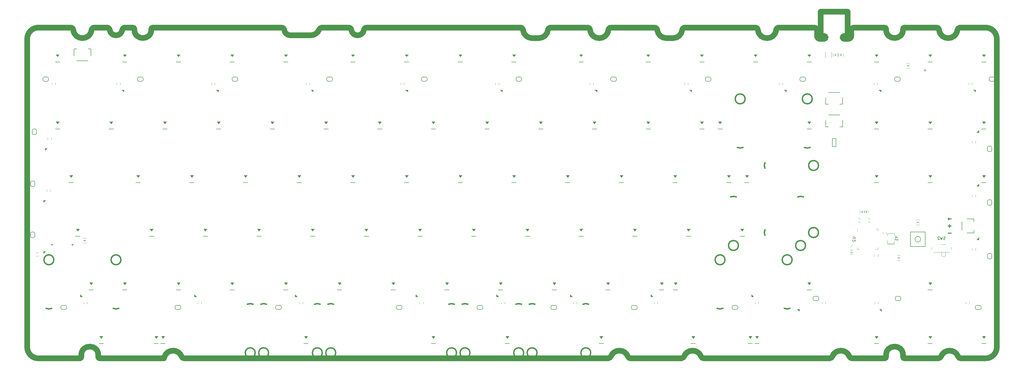
<source format=gbr>
%TF.GenerationSoftware,KiCad,Pcbnew,(6.0.6)*%
%TF.CreationDate,2022-09-06T18:10:04+07:00*%
%TF.ProjectId,solderCurved,736f6c64-6572-4437-9572-7665642e6b69,rev?*%
%TF.SameCoordinates,Original*%
%TF.FileFunction,Legend,Bot*%
%TF.FilePolarity,Positive*%
%FSLAX46Y46*%
G04 Gerber Fmt 4.6, Leading zero omitted, Abs format (unit mm)*
G04 Created by KiCad (PCBNEW (6.0.6)) date 2022-09-06 18:10:04*
%MOMM*%
%LPD*%
G01*
G04 APERTURE LIST*
%ADD10C,2.000000*%
%ADD11C,0.300000*%
%ADD12C,0.150000*%
%ADD13C,0.500000*%
%ADD14C,0.100000*%
%ADD15C,0.120000*%
G04 APERTURE END LIST*
D10*
X39939750Y-15315450D02*
G75*
G03*
X38946686Y-16197924I50J-1000050D01*
G01*
X32491780Y-16197987D02*
G75*
G03*
X38946687Y-16197925I3227450J382187D01*
G01*
X32491775Y-16197987D02*
G75*
G03*
X31498636Y-15315585I-993075J-117613D01*
G01*
X45402907Y-16161744D02*
G75*
G03*
X44414775Y-15315502I-988107J-153756D01*
G01*
X44414775Y-15315501D02*
X39939750Y-15315500D01*
X45402882Y-16161748D02*
G75*
G03*
X49849379Y-16161747I2223248J345948D01*
G01*
X31498637Y-15315584D02*
X20214941Y-15316500D01*
X214855609Y-15315500D02*
X201866669Y-15315500D01*
X238666678Y-15315499D02*
X223296651Y-15315500D01*
X215848663Y-16197924D02*
G75*
G03*
X214855608Y-15315501I-993063J-117576D01*
G01*
X192034463Y-16197920D02*
G75*
G03*
X191041377Y-15315500I-993063J-117580D01*
G01*
X245271448Y-19065801D02*
X242887200Y-19065801D01*
X191041378Y-15315499D02*
X136558659Y-15315500D01*
X131132064Y-16164038D02*
G75*
G03*
X130143600Y-15315499I-988464J-151462D01*
G01*
X130143600Y-15315500D02*
X120666189Y-15315500D01*
X116689946Y-18065500D02*
X109537197Y-18065802D01*
X60650020Y-15315519D02*
G75*
G03*
X60150019Y-15815499I-20J-499981D01*
G01*
X201866669Y-15315469D02*
G75*
G03*
X200873605Y-16197924I31J-1000031D01*
G01*
X136558659Y-15315459D02*
G75*
G03*
X135570196Y-16164037I41J-1000041D01*
G01*
X106325845Y-15315500D02*
X60650020Y-15315500D01*
X239659763Y-16197920D02*
G75*
G03*
X238666677Y-15315500I-993063J-117580D01*
G01*
X116689946Y-18065568D02*
G75*
G03*
X119730523Y-15962614I-46J3249668D01*
G01*
X197646148Y-19065848D02*
G75*
G03*
X200873606Y-16197924I-48J3250048D01*
G01*
X107313909Y-16161755D02*
G75*
G03*
X106325845Y-15315501I-988109J-153745D01*
G01*
X239659741Y-16197923D02*
G75*
G03*
X242887199Y-19065801I3227459J382123D01*
G01*
X223296651Y-15315451D02*
G75*
G03*
X222303587Y-16197924I49J-1000049D01*
G01*
X215848613Y-16197930D02*
G75*
G03*
X222303588Y-16197925I3227487J379130D01*
G01*
X197646148Y-19065801D02*
X195261900Y-19065801D01*
X192034441Y-16197923D02*
G75*
G03*
X195261899Y-19065801I3227459J382123D01*
G01*
X107313952Y-16161748D02*
G75*
G03*
X109537198Y-18065803I2223248J345948D01*
G01*
X245271448Y-19065848D02*
G75*
G03*
X248498906Y-16197924I-48J3250048D01*
G01*
X131132008Y-16164045D02*
G75*
G03*
X135570193Y-16164038I2219092J340045D01*
G01*
X120666189Y-15315490D02*
G75*
G03*
X119730523Y-15962614I11J-1000010D01*
G01*
X54150020Y-16037520D02*
G75*
G03*
X60150020Y-16037520I3000000J0D01*
G01*
X53650020Y-15315500D02*
X50837485Y-15315500D01*
X60150019Y-15815499D02*
X60150020Y-16037520D01*
X54150020Y-16037520D02*
X54150020Y-15815500D01*
X54150000Y-15815500D02*
G75*
G03*
X53650020Y-15315500I-500000J0D01*
G01*
X50837485Y-15315485D02*
G75*
G03*
X49849376Y-16161746I15J-1000015D01*
G01*
X320850020Y-16037519D02*
X320850019Y-15815498D01*
X346416006Y-132152318D02*
G75*
G03*
X347351677Y-132799502I935694J352818D01*
G01*
X307498949Y-19312510D02*
X305919209Y-19312510D01*
X320850001Y-15815498D02*
G75*
G03*
X320349157Y-15315500I-500001J-2D01*
G01*
X356125950Y-132799552D02*
G75*
G03*
X360125952Y-128799499I250J3999752D01*
G01*
X307219209Y-17812510D02*
X307219209Y-9662517D01*
X296338950Y-18312510D02*
X296338950Y-16315500D01*
X282828210Y-15315510D02*
G75*
G03*
X281835146Y-16197924I-10J-999990D01*
G01*
X326850020Y-131600019D02*
G75*
G03*
X320850020Y-131600019I-3000000J0D01*
G01*
X275380263Y-16197919D02*
G75*
G03*
X274387166Y-15315500I-993063J-117581D01*
G01*
X275380252Y-16197920D02*
G75*
G03*
X281835147Y-16197925I3227448J382120D01*
G01*
X298119218Y-18312510D02*
X298919218Y-18312510D01*
X339672539Y-16197927D02*
G75*
G03*
X346127480Y-16197766I3227461J382127D01*
G01*
X297619218Y-9662517D02*
X297619218Y-17812510D01*
X320349157Y-15315499D02*
X309498949Y-15315500D01*
X297619190Y-17812510D02*
G75*
G03*
X298119218Y-18312510I500010J10D01*
G01*
X296338890Y-18312510D02*
G75*
G03*
X297338950Y-19312510I1000010J10D01*
G01*
X274387167Y-15315499D02*
X249491969Y-15315500D01*
X249491969Y-15315469D02*
G75*
G03*
X248498905Y-16197924I31J-1000031D01*
G01*
X326850020Y-131600019D02*
X326850020Y-132299500D01*
X327350020Y-132799500D02*
X339398321Y-132799500D01*
X346415987Y-132152325D02*
G75*
G03*
X340334013Y-132152325I-3040987J-1146682D01*
G01*
X339672562Y-16197924D02*
G75*
G03*
X338679478Y-15315502I-993062J-117576D01*
G01*
X320850020Y-132299500D02*
X320850020Y-131600019D01*
X360125999Y-19315499D02*
G75*
G03*
X356125949Y-15315501I-3999799J199D01*
G01*
X338679477Y-15315501D02*
X327349158Y-15315500D01*
X308498949Y-16315500D02*
X308498949Y-18312510D01*
X305919209Y-18312490D02*
G75*
G03*
X305919209Y-19312510I-9J-500010D01*
G01*
X326850000Y-132299500D02*
G75*
G03*
X327350020Y-132799500I500000J0D01*
G01*
X347351677Y-132799500D02*
X356125950Y-132799500D01*
X305919209Y-18312510D02*
X306719209Y-18312510D01*
X360125951Y-128799500D02*
X360125950Y-19315499D01*
X320849980Y-16037519D02*
G75*
G03*
X326850020Y-16037520I3000020J19D01*
G01*
X309498949Y-15315549D02*
G75*
G03*
X308498949Y-16315500I-49J-999951D01*
G01*
X307498949Y-19312549D02*
G75*
G03*
X308498949Y-18312510I-49J1000049D01*
G01*
X306719209Y-18312509D02*
G75*
G03*
X307219209Y-17812510I-9J500009D01*
G01*
X307219209Y-9662517D02*
X297619218Y-9662517D01*
X327349158Y-15315520D02*
G75*
G03*
X326850019Y-15815499I842J-499980D01*
G01*
X347067514Y-15316751D02*
G75*
G03*
X346127477Y-16197766I52986J-998549D01*
G01*
X356125950Y-15315501D02*
X347067511Y-15316697D01*
X298919218Y-19312490D02*
G75*
G03*
X298919218Y-18312510I-18J499990D01*
G01*
X296339000Y-16315500D02*
G75*
G03*
X295338950Y-15315500I-1000000J0D01*
G01*
X298919218Y-19312510D02*
X297338950Y-19312510D01*
X295338950Y-15315500D02*
X282828210Y-15315500D01*
X339398321Y-132799520D02*
G75*
G03*
X340334010Y-132152326I-21J1000020D01*
G01*
X326850019Y-15815499D02*
X326850020Y-16037520D01*
X222249737Y-132794594D02*
G75*
G03*
X223185290Y-132147407I-137J999994D01*
G01*
X16125950Y-128799500D02*
G75*
G03*
X20125951Y-132799500I3999730J-270D01*
G01*
X20125951Y-132799499D02*
X34825019Y-132799500D01*
X34825019Y-132799520D02*
G75*
G03*
X35325020Y-132299501I-19J500020D01*
G01*
X70913639Y-132152135D02*
G75*
G03*
X71849438Y-132799500I935761J352635D01*
G01*
X300823321Y-132799520D02*
G75*
G03*
X301759010Y-132152326I-21J1000020D01*
G01*
X320350020Y-132799520D02*
G75*
G03*
X320850020Y-132299500I-20J500020D01*
G01*
X71849438Y-132799500D02*
X222249737Y-132794616D01*
X307840988Y-132152324D02*
G75*
G03*
X301759012Y-132152325I-3040988J-1146676D01*
G01*
X229267260Y-132151132D02*
G75*
G03*
X230203372Y-132799501I936140J351632D01*
G01*
X41325020Y-131600019D02*
X41325020Y-132299500D01*
X307841006Y-132152318D02*
G75*
G03*
X308776677Y-132799502I935694J352818D01*
G01*
X229267305Y-132151115D02*
G75*
G03*
X223185290Y-132147408I-3041705J-1142585D01*
G01*
X308776677Y-132799500D02*
X320350020Y-132799500D01*
X70913667Y-132152124D02*
G75*
G03*
X64832214Y-132152124I-3040727J-1145836D01*
G01*
X20214941Y-15316501D02*
G75*
G03*
X16125950Y-19404500I-88611J-4000359D01*
G01*
X63896450Y-132799546D02*
G75*
G03*
X64832215Y-132152123I-50J1000046D01*
G01*
X16125950Y-19404499D02*
X16125951Y-128799500D01*
X41325020Y-131600019D02*
G75*
G03*
X35325020Y-131600019I-3000000J0D01*
G01*
X41325000Y-132299500D02*
G75*
G03*
X41825020Y-132799500I500000J0D01*
G01*
X256166677Y-132799502D02*
X300823321Y-132799500D01*
X35325020Y-132299500D02*
X35325020Y-131600019D01*
X41825020Y-132799500D02*
X64646450Y-132799500D01*
X255231006Y-132152318D02*
G75*
G03*
X256166677Y-132799502I935694J352818D01*
G01*
X255230988Y-132152324D02*
G75*
G03*
X249149012Y-132152325I-3040988J-1146676D01*
G01*
X248213321Y-132799520D02*
G75*
G03*
X249149010Y-132152326I-21J1000020D01*
G01*
X230203372Y-132799501D02*
X248213321Y-132799502D01*
D11*
X342828571Y-88372142D02*
X343971428Y-88372142D01*
X342828571Y-85832142D02*
X343971428Y-85832142D01*
X343400000Y-86403571D02*
X343400000Y-85260714D01*
X343971428Y-83292142D02*
X342828571Y-83292142D01*
X343114285Y-83577857D02*
X342828571Y-83292142D01*
X343114285Y-83006428D01*
D12*
%TO.C,LED2*%
X24542819Y-92400500D02*
X25304724Y-92400500D01*
X24923772Y-92781452D02*
X24923772Y-92019548D01*
%TO.C,LED3*%
X31845297Y-92400428D02*
X32607202Y-92400428D01*
X32226250Y-92781380D02*
X32226250Y-92019476D01*
%TO.C,LED1*%
X334264047Y-30487928D02*
X335025952Y-30487928D01*
X334645000Y-30868880D02*
X334645000Y-30106976D01*
%TO.C,U2*%
X308957380Y-89725595D02*
X309766904Y-89725595D01*
X309862142Y-89773214D01*
X309909761Y-89820833D01*
X309957380Y-89916071D01*
X309957380Y-90106547D01*
X309909761Y-90201785D01*
X309862142Y-90249404D01*
X309766904Y-90297023D01*
X308957380Y-90297023D01*
X309052619Y-90725595D02*
X309005000Y-90773214D01*
X308957380Y-90868452D01*
X308957380Y-91106547D01*
X309005000Y-91201785D01*
X309052619Y-91249404D01*
X309147857Y-91297023D01*
X309243095Y-91297023D01*
X309385952Y-91249404D01*
X309957380Y-90677976D01*
X309957380Y-91297023D01*
%TO.C,Y1*%
X324551190Y-89761309D02*
X325027380Y-89761309D01*
X324027380Y-89427976D02*
X324551190Y-89761309D01*
X324027380Y-90094642D01*
X325027380Y-90951785D02*
X325027380Y-90380357D01*
X325027380Y-90666071D02*
X324027380Y-90666071D01*
X324170238Y-90570833D01*
X324265476Y-90475595D01*
X324313095Y-90380357D01*
%TO.C,SW2*%
X341838333Y-90592261D02*
X341695476Y-90639880D01*
X341457380Y-90639880D01*
X341362142Y-90592261D01*
X341314523Y-90544642D01*
X341266904Y-90449404D01*
X341266904Y-90354166D01*
X341314523Y-90258928D01*
X341362142Y-90211309D01*
X341457380Y-90163690D01*
X341647857Y-90116071D01*
X341743095Y-90068452D01*
X341790714Y-90020833D01*
X341838333Y-89925595D01*
X341838333Y-89830357D01*
X341790714Y-89735119D01*
X341743095Y-89687500D01*
X341647857Y-89639880D01*
X341409761Y-89639880D01*
X341266904Y-89687500D01*
X340933571Y-89639880D02*
X340695476Y-90639880D01*
X340505000Y-89925595D01*
X340314523Y-90639880D01*
X340076428Y-89639880D01*
X339743095Y-89735119D02*
X339695476Y-89687500D01*
X339600238Y-89639880D01*
X339362142Y-89639880D01*
X339266904Y-89687500D01*
X339219285Y-89735119D01*
X339171666Y-89830357D01*
X339171666Y-89925595D01*
X339219285Y-90068452D01*
X339790714Y-90639880D01*
X339171666Y-90639880D01*
D13*
%TO.C,MX46*%
X215311449Y-113569475D02*
G75*
G03*
X213312500Y-113570000I-998949J-2000525D01*
G01*
X101011449Y-113569475D02*
G75*
G03*
X99012500Y-113570000I-998949J-2000523D01*
G01*
X216062500Y-130810000D02*
G75*
G03*
X216062500Y-130810000I-1750000J0D01*
G01*
X101762500Y-130810000D02*
G75*
G03*
X101762500Y-130810000I-1750000J0D01*
G01*
%TO.C,MX77*%
X291511449Y-75469475D02*
G75*
G03*
X289512500Y-75470000I-998949J-2000525D01*
G01*
X267698949Y-75469475D02*
G75*
G03*
X265700000Y-75470000I-998949J-2000523D01*
G01*
X292262500Y-92710000D02*
G75*
G03*
X292262500Y-92710000I-1750000J0D01*
G01*
X268450000Y-92710000D02*
G75*
G03*
X268450000Y-92710000I-1750000J0D01*
G01*
%TO.C,MX75*%
X291894801Y-57880525D02*
G75*
G03*
X293893750Y-57880000I998949J2000525D01*
G01*
X268082301Y-57880525D02*
G75*
G03*
X270081250Y-57880000I998949J2000523D01*
G01*
X270831250Y-40640000D02*
G75*
G03*
X270831250Y-40640000I-1750000J0D01*
G01*
X294643750Y-40640000D02*
G75*
G03*
X294643750Y-40640000I-1750000J0D01*
G01*
%TO.C,MX71*%
X260938551Y-115030525D02*
G75*
G03*
X262937500Y-115030000I998949J2000523D01*
G01*
X284751051Y-115030525D02*
G75*
G03*
X286750000Y-115030000I998949J2000525D01*
G01*
X263687500Y-97790000D02*
G75*
G03*
X263687500Y-97790000I-1750000J0D01*
G01*
X287500000Y-97790000D02*
G75*
G03*
X287500000Y-97790000I-1750000J0D01*
G01*
%TO.C,MX6*%
X46626051Y-115030525D02*
G75*
G03*
X48625000Y-115030000I998949J2000525D01*
G01*
X22813551Y-115030525D02*
G75*
G03*
X24812500Y-115030000I998949J2000523D01*
G01*
X25562500Y-97790000D02*
G75*
G03*
X25562500Y-97790000I-1750000J0D01*
G01*
X49375000Y-97790000D02*
G75*
G03*
X49375000Y-97790000I-1750000J0D01*
G01*
%TO.C,MX81*%
X277875967Y-87107365D02*
G75*
G03*
X277876492Y-89106314I2000523J-998949D01*
G01*
X277875967Y-63294865D02*
G75*
G03*
X277876492Y-65293814I2000523J-998949D01*
G01*
X296866492Y-88106314D02*
G75*
G03*
X296866492Y-88106314I-1750000J0D01*
G01*
X296866492Y-64293814D02*
G75*
G03*
X296866492Y-64293814I-1750000J0D01*
G01*
%TO.C,MX108*%
X196255121Y-113569547D02*
G75*
G03*
X194256172Y-113570072I-998949J-2000525D01*
G01*
X96255321Y-113569547D02*
G75*
G03*
X94256372Y-113570072I-998949J-2000523D01*
G01*
X97006372Y-130810072D02*
G75*
G03*
X97006372Y-130810072I-1750000J0D01*
G01*
X197006172Y-130810072D02*
G75*
G03*
X197006172Y-130810072I-1750000J0D01*
G01*
%TO.C,MX110*%
X101011471Y-113569547D02*
G75*
G03*
X99012522Y-113570072I-998949J-2000523D01*
G01*
X124823971Y-113569547D02*
G75*
G03*
X122825022Y-113570072I-998949J-2000525D01*
G01*
X101762522Y-130810072D02*
G75*
G03*
X101762522Y-130810072I-1750000J0D01*
G01*
X125575022Y-130810072D02*
G75*
G03*
X125575022Y-130810072I-1750000J0D01*
G01*
%TO.C,MX111*%
X120061471Y-113569547D02*
G75*
G03*
X118062522Y-113570072I-998949J-2000525D01*
G01*
X96248971Y-113569547D02*
G75*
G03*
X94250022Y-113570072I-998949J-2000523D01*
G01*
X120812522Y-130810072D02*
G75*
G03*
X120812522Y-130810072I-1750000J0D01*
G01*
X97000022Y-130810072D02*
G75*
G03*
X97000022Y-130810072I-1750000J0D01*
G01*
%TO.C,MX113*%
X172448971Y-113569547D02*
G75*
G03*
X170450022Y-113570072I-998949J-2000523D01*
G01*
X196261471Y-113569547D02*
G75*
G03*
X194262522Y-113570072I-998949J-2000525D01*
G01*
X197012522Y-130810072D02*
G75*
G03*
X197012522Y-130810072I-1750000J0D01*
G01*
X173200022Y-130810072D02*
G75*
G03*
X173200022Y-130810072I-1750000J0D01*
G01*
%TO.C,MX114*%
X167686471Y-113569547D02*
G75*
G03*
X165687522Y-113570072I-998949J-2000523D01*
G01*
X191498971Y-113569547D02*
G75*
G03*
X189500022Y-113570072I-998949J-2000525D01*
G01*
X168437522Y-130810072D02*
G75*
G03*
X168437522Y-130810072I-1750000J0D01*
G01*
X192250022Y-130810072D02*
G75*
G03*
X192250022Y-130810072I-1750000J0D01*
G01*
D14*
%TO.C,R3*%
X36412500Y-91162500D02*
X36512500Y-90762500D01*
X36212500Y-91162500D02*
X36312500Y-90762500D01*
D15*
X37062500Y-90082500D02*
X35862500Y-90082500D01*
D14*
X36512500Y-90762500D02*
X36612500Y-91162500D01*
X36712500Y-90762500D02*
X36812500Y-91162500D01*
X36312500Y-90762500D02*
X36412500Y-91162500D01*
X36612500Y-91162500D02*
X36712500Y-90762500D01*
X36112500Y-90762500D02*
X36212500Y-91162500D01*
D15*
X35862500Y-91842500D02*
X37062500Y-91842500D01*
D14*
%TO.C,R4*%
X314025000Y-80787500D02*
X313625000Y-80687500D01*
D15*
X313125000Y-81162500D02*
X313125000Y-80312500D01*
X314525000Y-81162500D02*
X314525000Y-80312500D01*
D14*
X313625000Y-80687500D02*
X314025000Y-80587500D01*
X314025000Y-80587500D02*
X313625000Y-80487500D01*
X313625000Y-80887500D02*
X314025000Y-80787500D01*
X313625000Y-81087500D02*
X314025000Y-80987500D01*
X313625000Y-80487500D02*
X314025000Y-80387500D01*
X314025000Y-80987500D02*
X313625000Y-80887500D01*
D12*
%TO.C,D2*%
X26111500Y-51325000D02*
X27711500Y-51325000D01*
G36*
X26911500Y-49525000D02*
G01*
X26311500Y-48725000D01*
X27511500Y-48725000D01*
X26911500Y-49525000D01*
G37*
D14*
X26911500Y-49525000D02*
X26311500Y-48725000D01*
X27511500Y-48725000D01*
X26911500Y-49525000D01*
D12*
%TO.C,D3*%
X30874000Y-70375000D02*
X32474000Y-70375000D01*
G36*
X31674000Y-68575000D02*
G01*
X31074000Y-67775000D01*
X32274000Y-67775000D01*
X31674000Y-68575000D01*
G37*
D14*
X31674000Y-68575000D02*
X31074000Y-67775000D01*
X32274000Y-67775000D01*
X31674000Y-68575000D01*
D12*
%TO.C,D4*%
X33255250Y-89425000D02*
X34855250Y-89425000D01*
G36*
X34055250Y-87625000D02*
G01*
X33455250Y-86825000D01*
X34655250Y-86825000D01*
X34055250Y-87625000D01*
G37*
D14*
X34055250Y-87625000D02*
X33455250Y-86825000D01*
X34655250Y-86825000D01*
X34055250Y-87625000D01*
D12*
%TO.C,D5*%
X38017750Y-108475000D02*
X39617750Y-108475000D01*
G36*
X38817750Y-106675000D02*
G01*
X38217750Y-105875000D01*
X39417750Y-105875000D01*
X38817750Y-106675000D01*
G37*
D14*
X38817750Y-106675000D02*
X38217750Y-105875000D01*
X39417750Y-105875000D01*
X38817750Y-106675000D01*
D12*
%TO.C,D6*%
X41589625Y-127525000D02*
X43189625Y-127525000D01*
G36*
X42389625Y-125725000D02*
G01*
X41789625Y-124925000D01*
X42989625Y-124925000D01*
X42389625Y-125725000D01*
G37*
D14*
X42389625Y-125725000D02*
X41789625Y-124925000D01*
X42989625Y-124925000D01*
X42389625Y-125725000D01*
D12*
%TO.C,D7*%
X49924000Y-27512500D02*
X51524000Y-27512500D01*
G36*
X50724000Y-25712500D02*
G01*
X50124000Y-24912500D01*
X51324000Y-24912500D01*
X50724000Y-25712500D01*
G37*
D14*
X50724000Y-25712500D02*
X50124000Y-24912500D01*
X51324000Y-24912500D01*
X50724000Y-25712500D01*
D12*
%TO.C,D8*%
X45161500Y-51325000D02*
X46761500Y-51325000D01*
G36*
X45961500Y-49525000D02*
G01*
X45361500Y-48725000D01*
X46561500Y-48725000D01*
X45961500Y-49525000D01*
G37*
D14*
X45961500Y-49525000D02*
X45361500Y-48725000D01*
X46561500Y-48725000D01*
X45961500Y-49525000D01*
D12*
%TO.C,D9*%
X54686500Y-70375000D02*
X56286500Y-70375000D01*
G36*
X55486500Y-68575000D02*
G01*
X54886500Y-67775000D01*
X56086500Y-67775000D01*
X55486500Y-68575000D01*
G37*
D14*
X55486500Y-68575000D02*
X54886500Y-67775000D01*
X56086500Y-67775000D01*
X55486500Y-68575000D01*
D12*
%TO.C,D10*%
X59449000Y-89425000D02*
X61049000Y-89425000D01*
G36*
X60249000Y-87625000D02*
G01*
X59649000Y-86825000D01*
X60849000Y-86825000D01*
X60249000Y-87625000D01*
G37*
D14*
X60249000Y-87625000D02*
X59649000Y-86825000D01*
X60849000Y-86825000D01*
X60249000Y-87625000D01*
D12*
%TO.C,D11*%
X49924000Y-108475000D02*
X51524000Y-108475000D01*
G36*
X50724000Y-106675000D02*
G01*
X50124000Y-105875000D01*
X51324000Y-105875000D01*
X50724000Y-106675000D01*
G37*
D14*
X50724000Y-106675000D02*
X50124000Y-105875000D01*
X51324000Y-105875000D01*
X50724000Y-106675000D01*
D12*
%TO.C,D12*%
X61112553Y-127525000D02*
X62712553Y-127525000D01*
G36*
X61912553Y-125725000D02*
G01*
X61312553Y-124925000D01*
X62512553Y-124925000D01*
X61912553Y-125725000D01*
G37*
D14*
X61912553Y-125725000D02*
X61312553Y-124925000D01*
X62512553Y-124925000D01*
X61912553Y-125725000D01*
D12*
%TO.C,D13*%
X68974000Y-27512500D02*
X70574000Y-27512500D01*
G36*
X69774000Y-25712500D02*
G01*
X69174000Y-24912500D01*
X70374000Y-24912500D01*
X69774000Y-25712500D01*
G37*
D14*
X69774000Y-25712500D02*
X69174000Y-24912500D01*
X70374000Y-24912500D01*
X69774000Y-25712500D01*
D12*
%TO.C,D14*%
X64211500Y-51325000D02*
X65811500Y-51325000D01*
G36*
X65011500Y-49525000D02*
G01*
X64411500Y-48725000D01*
X65611500Y-48725000D01*
X65011500Y-49525000D01*
G37*
D14*
X65011500Y-49525000D02*
X64411500Y-48725000D01*
X65611500Y-48725000D01*
X65011500Y-49525000D01*
D12*
%TO.C,D15*%
X73736500Y-70375000D02*
X75336500Y-70375000D01*
G36*
X74536500Y-68575000D02*
G01*
X73936500Y-67775000D01*
X75136500Y-67775000D01*
X74536500Y-68575000D01*
G37*
D14*
X74536500Y-68575000D02*
X73936500Y-67775000D01*
X75136500Y-67775000D01*
X74536500Y-68575000D01*
D12*
%TO.C,D16*%
X78499000Y-89425000D02*
X80099000Y-89425000D01*
G36*
X79299000Y-87625000D02*
G01*
X78699000Y-86825000D01*
X79899000Y-86825000D01*
X79299000Y-87625000D01*
G37*
D14*
X79299000Y-87625000D02*
X78699000Y-86825000D01*
X79899000Y-86825000D01*
X79299000Y-87625000D01*
D12*
%TO.C,D17*%
X68974000Y-108475000D02*
X70574000Y-108475000D01*
G36*
X69774000Y-106675000D02*
G01*
X69174000Y-105875000D01*
X70374000Y-105875000D01*
X69774000Y-106675000D01*
G37*
D14*
X69774000Y-106675000D02*
X69174000Y-105875000D01*
X70374000Y-105875000D01*
X69774000Y-106675000D01*
D12*
%TO.C,D18*%
X63493805Y-127525000D02*
X65093805Y-127525000D01*
G36*
X64293805Y-125725000D02*
G01*
X63693805Y-124925000D01*
X64893805Y-124925000D01*
X64293805Y-125725000D01*
G37*
D14*
X64293805Y-125725000D02*
X63693805Y-124925000D01*
X64893805Y-124925000D01*
X64293805Y-125725000D01*
D12*
%TO.C,D19*%
X88024000Y-27512500D02*
X89624000Y-27512500D01*
G36*
X88824000Y-25712500D02*
G01*
X88224000Y-24912500D01*
X89424000Y-24912500D01*
X88824000Y-25712500D01*
G37*
D14*
X88824000Y-25712500D02*
X88224000Y-24912500D01*
X89424000Y-24912500D01*
X88824000Y-25712500D01*
D12*
%TO.C,D20*%
X83261500Y-51325000D02*
X84861500Y-51325000D01*
G36*
X84061500Y-49525000D02*
G01*
X83461500Y-48725000D01*
X84661500Y-48725000D01*
X84061500Y-49525000D01*
G37*
D14*
X84061500Y-49525000D02*
X83461500Y-48725000D01*
X84661500Y-48725000D01*
X84061500Y-49525000D01*
D12*
%TO.C,D21*%
X92786500Y-70375000D02*
X94386500Y-70375000D01*
G36*
X93586500Y-68575000D02*
G01*
X92986500Y-67775000D01*
X94186500Y-67775000D01*
X93586500Y-68575000D01*
G37*
D14*
X93586500Y-68575000D02*
X92986500Y-67775000D01*
X94186500Y-67775000D01*
X93586500Y-68575000D01*
D12*
%TO.C,D22*%
X97549000Y-89425000D02*
X99149000Y-89425000D01*
G36*
X98349000Y-87625000D02*
G01*
X97749000Y-86825000D01*
X98949000Y-86825000D01*
X98349000Y-87625000D01*
G37*
D14*
X98349000Y-87625000D02*
X97749000Y-86825000D01*
X98949000Y-86825000D01*
X98349000Y-87625000D01*
D12*
%TO.C,D23*%
X88024000Y-108475000D02*
X89624000Y-108475000D01*
G36*
X88824000Y-106675000D02*
G01*
X88224000Y-105875000D01*
X89424000Y-105875000D01*
X88824000Y-106675000D01*
G37*
D14*
X88824000Y-106675000D02*
X88224000Y-105875000D01*
X89424000Y-105875000D01*
X88824000Y-106675000D01*
D12*
%TO.C,D24*%
X107074000Y-27512500D02*
X108674000Y-27512500D01*
G36*
X107874000Y-25712500D02*
G01*
X107274000Y-24912500D01*
X108474000Y-24912500D01*
X107874000Y-25712500D01*
G37*
D14*
X107874000Y-25712500D02*
X107274000Y-24912500D01*
X108474000Y-24912500D01*
X107874000Y-25712500D01*
D12*
%TO.C,D25*%
X102311500Y-51325000D02*
X103911500Y-51325000D01*
G36*
X103111500Y-49525000D02*
G01*
X102511500Y-48725000D01*
X103711500Y-48725000D01*
X103111500Y-49525000D01*
G37*
D14*
X103111500Y-49525000D02*
X102511500Y-48725000D01*
X103711500Y-48725000D01*
X103111500Y-49525000D01*
D12*
%TO.C,D26*%
X111836500Y-70375000D02*
X113436500Y-70375000D01*
G36*
X112636500Y-68575000D02*
G01*
X112036500Y-67775000D01*
X113236500Y-67775000D01*
X112636500Y-68575000D01*
G37*
D14*
X112636500Y-68575000D02*
X112036500Y-67775000D01*
X113236500Y-67775000D01*
X112636500Y-68575000D01*
D12*
%TO.C,D27*%
X116599000Y-89425000D02*
X118199000Y-89425000D01*
G36*
X117399000Y-87625000D02*
G01*
X116799000Y-86825000D01*
X117999000Y-86825000D01*
X117399000Y-87625000D01*
G37*
D14*
X117399000Y-87625000D02*
X116799000Y-86825000D01*
X117999000Y-86825000D01*
X117399000Y-87625000D01*
D12*
%TO.C,D28*%
X107074000Y-108475000D02*
X108674000Y-108475000D01*
G36*
X107874000Y-106675000D02*
G01*
X107274000Y-105875000D01*
X108474000Y-105875000D01*
X107874000Y-106675000D01*
G37*
D14*
X107874000Y-106675000D02*
X107274000Y-105875000D01*
X108474000Y-105875000D01*
X107874000Y-106675000D01*
D12*
%TO.C,D29*%
X130886500Y-27512500D02*
X132486500Y-27512500D01*
G36*
X131686500Y-25712500D02*
G01*
X131086500Y-24912500D01*
X132286500Y-24912500D01*
X131686500Y-25712500D01*
G37*
D14*
X131686500Y-25712500D02*
X131086500Y-24912500D01*
X132286500Y-24912500D01*
X131686500Y-25712500D01*
D12*
%TO.C,D30*%
X121361500Y-51325000D02*
X122961500Y-51325000D01*
G36*
X122161500Y-49525000D02*
G01*
X121561500Y-48725000D01*
X122761500Y-48725000D01*
X122161500Y-49525000D01*
G37*
D14*
X122161500Y-49525000D02*
X121561500Y-48725000D01*
X122761500Y-48725000D01*
X122161500Y-49525000D01*
D12*
%TO.C,D31*%
X130886500Y-70375000D02*
X132486500Y-70375000D01*
G36*
X131686500Y-68575000D02*
G01*
X131086500Y-67775000D01*
X132286500Y-67775000D01*
X131686500Y-68575000D01*
G37*
D14*
X131686500Y-68575000D02*
X131086500Y-67775000D01*
X132286500Y-67775000D01*
X131686500Y-68575000D01*
D12*
%TO.C,D32*%
X135649000Y-89425000D02*
X137249000Y-89425000D01*
G36*
X136449000Y-87625000D02*
G01*
X135849000Y-86825000D01*
X137049000Y-86825000D01*
X136449000Y-87625000D01*
G37*
D14*
X136449000Y-87625000D02*
X135849000Y-86825000D01*
X137049000Y-86825000D01*
X136449000Y-87625000D01*
D12*
%TO.C,D33*%
X126124000Y-108475000D02*
X127724000Y-108475000D01*
G36*
X126924000Y-106675000D02*
G01*
X126324000Y-105875000D01*
X127524000Y-105875000D01*
X126924000Y-106675000D01*
G37*
D14*
X126924000Y-106675000D02*
X126324000Y-105875000D01*
X127524000Y-105875000D01*
X126924000Y-106675000D01*
D12*
%TO.C,D34*%
X149936500Y-27512500D02*
X151536500Y-27512500D01*
G36*
X150736500Y-25712500D02*
G01*
X150136500Y-24912500D01*
X151336500Y-24912500D01*
X150736500Y-25712500D01*
G37*
D14*
X150736500Y-25712500D02*
X150136500Y-24912500D01*
X151336500Y-24912500D01*
X150736500Y-25712500D01*
D12*
%TO.C,D35*%
X140411500Y-51325000D02*
X142011500Y-51325000D01*
G36*
X141211500Y-49525000D02*
G01*
X140611500Y-48725000D01*
X141811500Y-48725000D01*
X141211500Y-49525000D01*
G37*
D14*
X141211500Y-49525000D02*
X140611500Y-48725000D01*
X141811500Y-48725000D01*
X141211500Y-49525000D01*
D12*
%TO.C,D36*%
X149936500Y-70375000D02*
X151536500Y-70375000D01*
G36*
X150736500Y-68575000D02*
G01*
X150136500Y-67775000D01*
X151336500Y-67775000D01*
X150736500Y-68575000D01*
G37*
D14*
X150736500Y-68575000D02*
X150136500Y-67775000D01*
X151336500Y-67775000D01*
X150736500Y-68575000D01*
D12*
%TO.C,D37*%
X154699000Y-89425000D02*
X156299000Y-89425000D01*
G36*
X155499000Y-87625000D02*
G01*
X154899000Y-86825000D01*
X156099000Y-86825000D01*
X155499000Y-87625000D01*
G37*
D14*
X155499000Y-87625000D02*
X154899000Y-86825000D01*
X156099000Y-86825000D01*
X155499000Y-87625000D01*
D12*
%TO.C,D38*%
X145174000Y-108475000D02*
X146774000Y-108475000D01*
G36*
X145974000Y-106675000D02*
G01*
X145374000Y-105875000D01*
X146574000Y-105875000D01*
X145974000Y-106675000D01*
G37*
D14*
X145974000Y-106675000D02*
X145374000Y-105875000D01*
X146574000Y-105875000D01*
X145974000Y-106675000D01*
D12*
%TO.C,D39*%
X168986500Y-27512500D02*
X170586500Y-27512500D01*
G36*
X169786500Y-25712500D02*
G01*
X169186500Y-24912500D01*
X170386500Y-24912500D01*
X169786500Y-25712500D01*
G37*
D14*
X169786500Y-25712500D02*
X169186500Y-24912500D01*
X170386500Y-24912500D01*
X169786500Y-25712500D01*
D12*
%TO.C,D40*%
X159461500Y-51325000D02*
X161061500Y-51325000D01*
G36*
X160261500Y-49525000D02*
G01*
X159661500Y-48725000D01*
X160861500Y-48725000D01*
X160261500Y-49525000D01*
G37*
D14*
X160261500Y-49525000D02*
X159661500Y-48725000D01*
X160861500Y-48725000D01*
X160261500Y-49525000D01*
D12*
%TO.C,D41*%
X168986500Y-70375000D02*
X170586500Y-70375000D01*
G36*
X169786500Y-68575000D02*
G01*
X169186500Y-67775000D01*
X170386500Y-67775000D01*
X169786500Y-68575000D01*
G37*
D14*
X169786500Y-68575000D02*
X169186500Y-67775000D01*
X170386500Y-67775000D01*
X169786500Y-68575000D01*
D12*
%TO.C,D42*%
X173749000Y-89425000D02*
X175349000Y-89425000D01*
G36*
X174549000Y-87625000D02*
G01*
X173949000Y-86825000D01*
X175149000Y-86825000D01*
X174549000Y-87625000D01*
G37*
D14*
X174549000Y-87625000D02*
X173949000Y-86825000D01*
X175149000Y-86825000D01*
X174549000Y-87625000D01*
D12*
%TO.C,D43*%
X164224000Y-108475000D02*
X165824000Y-108475000D01*
G36*
X165024000Y-106675000D02*
G01*
X164424000Y-105875000D01*
X165624000Y-105875000D01*
X165024000Y-106675000D01*
G37*
D14*
X165024000Y-106675000D02*
X164424000Y-105875000D01*
X165624000Y-105875000D01*
X165024000Y-106675000D01*
D12*
%TO.C,D44*%
X159461500Y-127525000D02*
X161061500Y-127525000D01*
G36*
X160261500Y-125725000D02*
G01*
X159661500Y-124925000D01*
X160861500Y-124925000D01*
X160261500Y-125725000D01*
G37*
D14*
X160261500Y-125725000D02*
X159661500Y-124925000D01*
X160861500Y-124925000D01*
X160261500Y-125725000D01*
D12*
%TO.C,D45*%
X188036500Y-27512500D02*
X189636500Y-27512500D01*
G36*
X188836500Y-25712500D02*
G01*
X188236500Y-24912500D01*
X189436500Y-24912500D01*
X188836500Y-25712500D01*
G37*
D14*
X188836500Y-25712500D02*
X188236500Y-24912500D01*
X189436500Y-24912500D01*
X188836500Y-25712500D01*
D12*
%TO.C,D46*%
X178511500Y-51325000D02*
X180111500Y-51325000D01*
G36*
X179311500Y-49525000D02*
G01*
X178711500Y-48725000D01*
X179911500Y-48725000D01*
X179311500Y-49525000D01*
G37*
D14*
X179311500Y-49525000D02*
X178711500Y-48725000D01*
X179911500Y-48725000D01*
X179311500Y-49525000D01*
D12*
%TO.C,D47*%
X188036500Y-70375000D02*
X189636500Y-70375000D01*
G36*
X188836500Y-68575000D02*
G01*
X188236500Y-67775000D01*
X189436500Y-67775000D01*
X188836500Y-68575000D01*
G37*
D14*
X188836500Y-68575000D02*
X188236500Y-67775000D01*
X189436500Y-67775000D01*
X188836500Y-68575000D01*
D12*
%TO.C,D48*%
X192799000Y-89425000D02*
X194399000Y-89425000D01*
G36*
X193599000Y-87625000D02*
G01*
X192999000Y-86825000D01*
X194199000Y-86825000D01*
X193599000Y-87625000D01*
G37*
D14*
X193599000Y-87625000D02*
X192999000Y-86825000D01*
X194199000Y-86825000D01*
X193599000Y-87625000D01*
D12*
%TO.C,D49*%
X183274000Y-108475000D02*
X184874000Y-108475000D01*
G36*
X184074000Y-106675000D02*
G01*
X183474000Y-105875000D01*
X184674000Y-105875000D01*
X184074000Y-106675000D01*
G37*
D14*
X184074000Y-106675000D02*
X183474000Y-105875000D01*
X184674000Y-105875000D01*
X184074000Y-106675000D01*
D12*
%TO.C,D50*%
X211849000Y-27512500D02*
X213449000Y-27512500D01*
G36*
X212649000Y-25712500D02*
G01*
X212049000Y-24912500D01*
X213249000Y-24912500D01*
X212649000Y-25712500D01*
G37*
D14*
X212649000Y-25712500D02*
X212049000Y-24912500D01*
X213249000Y-24912500D01*
X212649000Y-25712500D01*
D12*
%TO.C,D51*%
X197561500Y-51325000D02*
X199161500Y-51325000D01*
G36*
X198361500Y-49525000D02*
G01*
X197761500Y-48725000D01*
X198961500Y-48725000D01*
X198361500Y-49525000D01*
G37*
D14*
X198361500Y-49525000D02*
X197761500Y-48725000D01*
X198961500Y-48725000D01*
X198361500Y-49525000D01*
D12*
%TO.C,D53*%
X211849000Y-89425000D02*
X213449000Y-89425000D01*
G36*
X212649000Y-87625000D02*
G01*
X212049000Y-86825000D01*
X213249000Y-86825000D01*
X212649000Y-87625000D01*
G37*
D14*
X212649000Y-87625000D02*
X212049000Y-86825000D01*
X213249000Y-86825000D01*
X212649000Y-87625000D01*
D12*
%TO.C,D54*%
X202324000Y-108475000D02*
X203924000Y-108475000D01*
G36*
X203124000Y-106675000D02*
G01*
X202524000Y-105875000D01*
X203724000Y-105875000D01*
X203124000Y-106675000D01*
G37*
D14*
X203124000Y-106675000D02*
X202524000Y-105875000D01*
X203724000Y-105875000D01*
X203124000Y-106675000D01*
D12*
%TO.C,D55*%
X235661500Y-27512500D02*
X237261500Y-27512500D01*
G36*
X236461500Y-25712500D02*
G01*
X235861500Y-24912500D01*
X237061500Y-24912500D01*
X236461500Y-25712500D01*
G37*
D14*
X236461500Y-25712500D02*
X235861500Y-24912500D01*
X237061500Y-24912500D01*
X236461500Y-25712500D01*
D12*
%TO.C,D56*%
X216611500Y-51325000D02*
X218211500Y-51325000D01*
G36*
X217411500Y-49525000D02*
G01*
X216811500Y-48725000D01*
X218011500Y-48725000D01*
X217411500Y-49525000D01*
G37*
D14*
X217411500Y-49525000D02*
X216811500Y-48725000D01*
X218011500Y-48725000D01*
X217411500Y-49525000D01*
D12*
%TO.C,D57*%
X226136500Y-70375000D02*
X227736500Y-70375000D01*
G36*
X226936500Y-68575000D02*
G01*
X226336500Y-67775000D01*
X227536500Y-67775000D01*
X226936500Y-68575000D01*
G37*
D14*
X226936500Y-68575000D02*
X226336500Y-67775000D01*
X227536500Y-67775000D01*
X226936500Y-68575000D01*
D12*
%TO.C,D58*%
X230899000Y-89425000D02*
X232499000Y-89425000D01*
G36*
X231699000Y-87625000D02*
G01*
X231099000Y-86825000D01*
X232299000Y-86825000D01*
X231699000Y-87625000D01*
G37*
D14*
X231699000Y-87625000D02*
X231099000Y-86825000D01*
X232299000Y-86825000D01*
X231699000Y-87625000D01*
D12*
%TO.C,D59*%
X221374000Y-108475000D02*
X222974000Y-108475000D01*
G36*
X222174000Y-106675000D02*
G01*
X221574000Y-105875000D01*
X222774000Y-105875000D01*
X222174000Y-106675000D01*
G37*
D14*
X222174000Y-106675000D02*
X221574000Y-105875000D01*
X222774000Y-105875000D01*
X222174000Y-106675000D01*
D12*
%TO.C,D60*%
X254711500Y-27512500D02*
X256311500Y-27512500D01*
G36*
X255511500Y-25712500D02*
G01*
X254911500Y-24912500D01*
X256111500Y-24912500D01*
X255511500Y-25712500D01*
G37*
D14*
X255511500Y-25712500D02*
X254911500Y-24912500D01*
X256111500Y-24912500D01*
X255511500Y-25712500D01*
D12*
%TO.C,D62*%
X245186500Y-70375000D02*
X246786500Y-70375000D01*
G36*
X245986500Y-68575000D02*
G01*
X245386500Y-67775000D01*
X246586500Y-67775000D01*
X245986500Y-68575000D01*
G37*
D14*
X245986500Y-68575000D02*
X245386500Y-67775000D01*
X246586500Y-67775000D01*
X245986500Y-68575000D01*
D12*
%TO.C,D63*%
X249949000Y-89425000D02*
X251549000Y-89425000D01*
G36*
X250749000Y-87625000D02*
G01*
X250149000Y-86825000D01*
X251349000Y-86825000D01*
X250749000Y-87625000D01*
G37*
D14*
X250749000Y-87625000D02*
X250149000Y-86825000D01*
X251349000Y-86825000D01*
X250749000Y-87625000D01*
D12*
%TO.C,D65*%
X273761500Y-27512500D02*
X275361500Y-27512500D01*
G36*
X274561500Y-25712500D02*
G01*
X273961500Y-24912500D01*
X275161500Y-24912500D01*
X274561500Y-25712500D01*
G37*
D14*
X274561500Y-25712500D02*
X273961500Y-24912500D01*
X275161500Y-24912500D01*
X274561500Y-25712500D01*
D12*
%TO.C,D66*%
X254711500Y-51325000D02*
X256311500Y-51325000D01*
G36*
X255511500Y-49525000D02*
G01*
X254911500Y-48725000D01*
X256111500Y-48725000D01*
X255511500Y-49525000D01*
G37*
D14*
X255511500Y-49525000D02*
X254911500Y-48725000D01*
X256111500Y-48725000D01*
X255511500Y-49525000D01*
D12*
%TO.C,D67*%
X264236500Y-70375000D02*
X265836500Y-70375000D01*
G36*
X265036500Y-68575000D02*
G01*
X264436500Y-67775000D01*
X265636500Y-67775000D01*
X265036500Y-68575000D01*
G37*
D14*
X265036500Y-68575000D02*
X264436500Y-67775000D01*
X265636500Y-67775000D01*
X265036500Y-68575000D01*
D12*
%TO.C,D70*%
X292811500Y-27512500D02*
X294411500Y-27512500D01*
G36*
X293611500Y-25712500D02*
G01*
X293011500Y-24912500D01*
X294211500Y-24912500D01*
X293611500Y-25712500D01*
G37*
D14*
X293611500Y-25712500D02*
X293011500Y-24912500D01*
X294211500Y-24912500D01*
X293611500Y-25712500D01*
D12*
%TO.C,D71*%
X261137500Y-51325000D02*
X262737500Y-51325000D01*
G36*
X261937500Y-49525000D02*
G01*
X261337500Y-48725000D01*
X262537500Y-48725000D01*
X261937500Y-49525000D01*
G37*
D14*
X261937500Y-49525000D02*
X261337500Y-48725000D01*
X262537500Y-48725000D01*
X261937500Y-49525000D01*
D12*
%TO.C,D72*%
X270662838Y-70375000D02*
X272262838Y-70375000D01*
G36*
X271462838Y-68575000D02*
G01*
X270862838Y-67775000D01*
X272062838Y-67775000D01*
X271462838Y-68575000D01*
G37*
D14*
X271462838Y-68575000D02*
X270862838Y-67775000D01*
X272062838Y-67775000D01*
X271462838Y-68575000D01*
D12*
%TO.C,D73*%
X268999000Y-89425000D02*
X270599000Y-89425000D01*
G36*
X269799000Y-87625000D02*
G01*
X269199000Y-86825000D01*
X270399000Y-86825000D01*
X269799000Y-87625000D01*
G37*
D14*
X269799000Y-87625000D02*
X269199000Y-86825000D01*
X270399000Y-86825000D01*
X269799000Y-87625000D01*
D12*
%TO.C,D75*%
X271853354Y-127525000D02*
X273453354Y-127525000D01*
G36*
X272653354Y-125725000D02*
G01*
X272053354Y-124925000D01*
X273253354Y-124925000D01*
X272653354Y-125725000D01*
G37*
D14*
X272653354Y-125725000D02*
X272053354Y-124925000D01*
X273253354Y-124925000D01*
X272653354Y-125725000D01*
D12*
%TO.C,D76*%
X292811500Y-51325000D02*
X294411500Y-51325000D01*
G36*
X293611500Y-49525000D02*
G01*
X293011500Y-48725000D01*
X294211500Y-48725000D01*
X293611500Y-49525000D01*
G37*
D14*
X293611500Y-49525000D02*
X293011500Y-48725000D01*
X294211500Y-48725000D01*
X293611500Y-49525000D01*
D12*
%TO.C,D84*%
X335674000Y-70375000D02*
X337274000Y-70375000D01*
G36*
X336474000Y-68575000D02*
G01*
X335874000Y-67775000D01*
X337074000Y-67775000D01*
X336474000Y-68575000D01*
G37*
D14*
X336474000Y-68575000D02*
X335874000Y-67775000D01*
X337074000Y-67775000D01*
X336474000Y-68575000D01*
D12*
%TO.C,D77*%
X274234606Y-127525000D02*
X275834606Y-127525000D01*
G36*
X275034606Y-125725000D02*
G01*
X274434606Y-124925000D01*
X275634606Y-124925000D01*
X275034606Y-125725000D01*
G37*
D14*
X275034606Y-125725000D02*
X274434606Y-124925000D01*
X275634606Y-124925000D01*
X275034606Y-125725000D01*
D12*
%TO.C,D78*%
X316624000Y-27512500D02*
X318224000Y-27512500D01*
G36*
X317424000Y-25712500D02*
G01*
X316824000Y-24912500D01*
X318024000Y-24912500D01*
X317424000Y-25712500D01*
G37*
D14*
X317424000Y-25712500D02*
X316824000Y-24912500D01*
X318024000Y-24912500D01*
X317424000Y-25712500D01*
D12*
%TO.C,D79*%
X316624000Y-51325000D02*
X318224000Y-51325000D01*
G36*
X317424000Y-49525000D02*
G01*
X316824000Y-48725000D01*
X318024000Y-48725000D01*
X317424000Y-49525000D01*
G37*
D14*
X317424000Y-49525000D02*
X316824000Y-48725000D01*
X318024000Y-48725000D01*
X317424000Y-49525000D01*
D12*
%TO.C,D80*%
X316624000Y-70375000D02*
X318224000Y-70375000D01*
G36*
X317424000Y-68575000D02*
G01*
X316824000Y-67775000D01*
X318024000Y-67775000D01*
X317424000Y-68575000D01*
G37*
D14*
X317424000Y-68575000D02*
X316824000Y-67775000D01*
X318024000Y-67775000D01*
X317424000Y-68575000D01*
D12*
%TO.C,D81*%
X316624000Y-127525000D02*
X318224000Y-127525000D01*
G36*
X317424000Y-125725000D02*
G01*
X316824000Y-124925000D01*
X318024000Y-124925000D01*
X317424000Y-125725000D01*
G37*
D14*
X317424000Y-125725000D02*
X316824000Y-124925000D01*
X318024000Y-124925000D01*
X317424000Y-125725000D01*
D12*
%TO.C,D82*%
X335674000Y-27512500D02*
X337274000Y-27512500D01*
G36*
X336474000Y-25712500D02*
G01*
X335874000Y-24912500D01*
X337074000Y-24912500D01*
X336474000Y-25712500D01*
G37*
D14*
X336474000Y-25712500D02*
X335874000Y-24912500D01*
X337074000Y-24912500D01*
X336474000Y-25712500D01*
D12*
%TO.C,D83*%
X335674000Y-51325000D02*
X337274000Y-51325000D01*
G36*
X336474000Y-49525000D02*
G01*
X335874000Y-48725000D01*
X337074000Y-48725000D01*
X336474000Y-49525000D01*
G37*
D14*
X336474000Y-49525000D02*
X335874000Y-48725000D01*
X337074000Y-48725000D01*
X336474000Y-49525000D01*
D12*
%TO.C,D85*%
X335674000Y-108475000D02*
X337274000Y-108475000D01*
G36*
X336474000Y-106675000D02*
G01*
X335874000Y-105875000D01*
X337074000Y-105875000D01*
X336474000Y-106675000D01*
G37*
D14*
X336474000Y-106675000D02*
X335874000Y-105875000D01*
X337074000Y-105875000D01*
X336474000Y-106675000D01*
D12*
%TO.C,D86*%
X335674000Y-127525000D02*
X337274000Y-127525000D01*
G36*
X336474000Y-125725000D02*
G01*
X335874000Y-124925000D01*
X337074000Y-124925000D01*
X336474000Y-125725000D01*
G37*
D14*
X336474000Y-125725000D02*
X335874000Y-124925000D01*
X337074000Y-124925000D01*
X336474000Y-125725000D01*
D12*
%TO.C,D87*%
X354724000Y-27512500D02*
X356324000Y-27512500D01*
G36*
X355524000Y-25712500D02*
G01*
X354924000Y-24912500D01*
X356124000Y-24912500D01*
X355524000Y-25712500D01*
G37*
D14*
X355524000Y-25712500D02*
X354924000Y-24912500D01*
X356124000Y-24912500D01*
X355524000Y-25712500D01*
D12*
%TO.C,D88*%
X354724000Y-51325000D02*
X356324000Y-51325000D01*
G36*
X355524000Y-49525000D02*
G01*
X354924000Y-48725000D01*
X356124000Y-48725000D01*
X355524000Y-49525000D01*
G37*
D14*
X355524000Y-49525000D02*
X354924000Y-48725000D01*
X356124000Y-48725000D01*
X355524000Y-49525000D01*
D12*
%TO.C,D89*%
X354724000Y-70375000D02*
X356324000Y-70375000D01*
G36*
X355524000Y-68575000D02*
G01*
X354924000Y-67775000D01*
X356124000Y-67775000D01*
X355524000Y-68575000D01*
G37*
D14*
X355524000Y-68575000D02*
X354924000Y-67775000D01*
X356124000Y-67775000D01*
X355524000Y-68575000D01*
D12*
%TO.C,D90*%
X354724000Y-127525000D02*
X356324000Y-127525000D01*
G36*
X355524000Y-125725000D02*
G01*
X354924000Y-124925000D01*
X356124000Y-124925000D01*
X355524000Y-125725000D01*
G37*
D14*
X355524000Y-125725000D02*
X354924000Y-124925000D01*
X356124000Y-124925000D01*
X355524000Y-125725000D01*
D12*
%TO.C,D1*%
X26111500Y-27512500D02*
X27711500Y-27512500D01*
G36*
X26911500Y-25712500D02*
G01*
X26311500Y-24912500D01*
X27511500Y-24912500D01*
X26911500Y-25712500D01*
G37*
D14*
X26911500Y-25712500D02*
X26311500Y-24912500D01*
X27511500Y-24912500D01*
X26911500Y-25712500D01*
D12*
%TO.C,D52*%
X207086500Y-70375000D02*
X208686500Y-70375000D01*
G36*
X207886500Y-68575000D02*
G01*
X207286500Y-67775000D01*
X208486500Y-67775000D01*
X207886500Y-68575000D01*
G37*
D14*
X207886500Y-68575000D02*
X207286500Y-67775000D01*
X208486500Y-67775000D01*
X207886500Y-68575000D01*
D12*
%TO.C,D61*%
X235661500Y-51325000D02*
X237261500Y-51325000D01*
G36*
X236461500Y-49525000D02*
G01*
X235861500Y-48725000D01*
X237061500Y-48725000D01*
X236461500Y-49525000D01*
G37*
D14*
X236461500Y-49525000D02*
X235861500Y-48725000D01*
X237061500Y-48725000D01*
X236461500Y-49525000D01*
D12*
%TO.C,D74*%
X292811500Y-108475000D02*
X294411500Y-108475000D01*
G36*
X293611500Y-106675000D02*
G01*
X293011500Y-105875000D01*
X294211500Y-105875000D01*
X293611500Y-106675000D01*
G37*
D14*
X293611500Y-106675000D02*
X293011500Y-105875000D01*
X294211500Y-105875000D01*
X293611500Y-106675000D01*
D12*
%TO.C,D68*%
X245351569Y-108475000D02*
X246951569Y-108475000D01*
G36*
X246151569Y-106675000D02*
G01*
X245551569Y-105875000D01*
X246751569Y-105875000D01*
X246151569Y-106675000D01*
G37*
D14*
X246151569Y-106675000D02*
X245551569Y-105875000D01*
X246751569Y-105875000D01*
X246151569Y-106675000D01*
D12*
%TO.C,D64*%
X240424000Y-108475000D02*
X242024000Y-108475000D01*
G36*
X241224000Y-106675000D02*
G01*
X240624000Y-105875000D01*
X241824000Y-105875000D01*
X241224000Y-106675000D01*
G37*
D14*
X241224000Y-106675000D02*
X240624000Y-105875000D01*
X241824000Y-105875000D01*
X241224000Y-106675000D01*
D12*
%TO.C,D69*%
X251612712Y-127525000D02*
X253212712Y-127525000D01*
G36*
X252412712Y-125725000D02*
G01*
X251812712Y-124925000D01*
X253012712Y-124925000D01*
X252412712Y-125725000D01*
G37*
D14*
X252412712Y-125725000D02*
X251812712Y-124925000D01*
X253012712Y-124925000D01*
X252412712Y-125725000D01*
D15*
%TO.C,R2*%
X329212656Y-27992669D02*
X328012656Y-27992669D01*
D14*
X328962656Y-29072669D02*
X328862656Y-28672669D01*
X328462656Y-28672669D02*
X328362656Y-29072669D01*
X328562656Y-29072669D02*
X328462656Y-28672669D01*
X328862656Y-28672669D02*
X328762656Y-29072669D01*
X328662656Y-28672669D02*
X328562656Y-29072669D01*
D15*
X328012656Y-29752669D02*
X329212656Y-29752669D01*
D14*
X328762656Y-29072669D02*
X328662656Y-28672669D01*
X328362656Y-29072669D02*
X328262656Y-28672669D01*
D12*
%TO.C,U3*%
X301769218Y-54712510D02*
X303069218Y-54712510D01*
X303069218Y-57612510D02*
X301769218Y-57612510D01*
X303069218Y-54712510D02*
X303069218Y-57612510D01*
X301769218Y-54712510D02*
X301769218Y-57612510D01*
%TO.C,J1*%
X304419218Y-50562510D02*
X305419218Y-50562510D01*
X304419218Y-46362510D02*
X300419218Y-46362510D01*
X305419218Y-50562510D02*
X305419218Y-48162510D01*
X299419218Y-50562510D02*
X300419218Y-50562510D01*
X299419218Y-48162510D02*
X299419218Y-50562510D01*
%TO.C,J7*%
X304419218Y-42562510D02*
X305419218Y-42562510D01*
X305419218Y-42562510D02*
X305419218Y-40162510D01*
X304419218Y-38362510D02*
X300419218Y-38362510D01*
X299419218Y-40162510D02*
X299419218Y-42562510D01*
X299419218Y-42562510D02*
X300419218Y-42562510D01*
%TO.C,J9*%
X33718750Y-22912500D02*
X32718750Y-22912500D01*
X38718750Y-22912500D02*
X37718750Y-22912500D01*
X33718750Y-27112500D02*
X37718750Y-27112500D01*
X32718750Y-22912500D02*
X32718750Y-25312500D01*
X38718750Y-25312500D02*
X38718750Y-22912500D01*
D15*
%TO.C,F1*%
X299255000Y-24012500D02*
X299255000Y-26012500D01*
X301395000Y-26012500D02*
X301395000Y-24012500D01*
D12*
%TO.C,D91*%
X218992772Y-127525072D02*
X220592772Y-127525072D01*
G36*
X219792772Y-125725072D02*
G01*
X219192772Y-124925072D01*
X220392772Y-124925072D01*
X219792772Y-125725072D01*
G37*
D14*
X219792772Y-125725072D02*
X219192772Y-124925072D01*
X220392772Y-124925072D01*
X219792772Y-125725072D01*
D12*
%TO.C,RGB2*%
X57266622Y-33868760D02*
X57266622Y-33368760D01*
X55266622Y-33368760D02*
X55266622Y-33868760D01*
X55766622Y-34368760D02*
X56766622Y-34368760D01*
X56766622Y-32868760D02*
X55766622Y-32868760D01*
X55266622Y-33868760D02*
G75*
G03*
X55766622Y-34368760I500000J0D01*
G01*
X55766622Y-32868760D02*
G75*
G03*
X55266622Y-33368760I0J-500000D01*
G01*
X57266622Y-33368760D02*
G75*
G03*
X56766622Y-32868760I-500000J0D01*
G01*
X56766622Y-34368760D02*
G75*
G03*
X57266622Y-33868760I0J500000D01*
G01*
G36*
X50416622Y-38218760D02*
G01*
X49616622Y-37418760D01*
X50416622Y-37418760D01*
X50416622Y-38218760D01*
G37*
D14*
X50416622Y-38218760D02*
X49616622Y-37418760D01*
X50416622Y-37418760D01*
X50416622Y-38218760D01*
D12*
%TO.C,RGB1*%
X21690622Y-33368760D02*
X21690622Y-33868760D01*
X22190622Y-34368760D02*
X23190622Y-34368760D01*
X23690622Y-33868760D02*
X23690622Y-33368760D01*
X23190622Y-32868760D02*
X22190622Y-32868760D01*
X21690622Y-33868760D02*
G75*
G03*
X22190622Y-34368760I500000J0D01*
G01*
X23190622Y-34368760D02*
G75*
G03*
X23690622Y-33868760I0J500000D01*
G01*
X23690622Y-33368760D02*
G75*
G03*
X23190622Y-32868760I-500000J0D01*
G01*
X22190622Y-32868760D02*
G75*
G03*
X21690622Y-33368760I0J-500000D01*
G01*
G36*
X16840622Y-38218760D02*
G01*
X16040622Y-37418760D01*
X16840622Y-37418760D01*
X16840622Y-38218760D01*
G37*
D14*
X16840622Y-38218760D02*
X16040622Y-37418760D01*
X16840622Y-37418760D01*
X16840622Y-38218760D01*
D12*
%TO.C,RGB3*%
X90342622Y-32868760D02*
X89342622Y-32868760D01*
X88842622Y-33368760D02*
X88842622Y-33868760D01*
X90842622Y-33868760D02*
X90842622Y-33368760D01*
X89342622Y-34368760D02*
X90342622Y-34368760D01*
X90842622Y-33368760D02*
G75*
G03*
X90342622Y-32868760I-500000J0D01*
G01*
X88842622Y-33868760D02*
G75*
G03*
X89342622Y-34368760I500000J0D01*
G01*
X89342622Y-32868760D02*
G75*
G03*
X88842622Y-33368760I0J-500000D01*
G01*
X90342622Y-34368760D02*
G75*
G03*
X90842622Y-33868760I0J500000D01*
G01*
G36*
X83992622Y-38218760D02*
G01*
X83192622Y-37418760D01*
X83992622Y-37418760D01*
X83992622Y-38218760D01*
G37*
D14*
X83992622Y-38218760D02*
X83192622Y-37418760D01*
X83992622Y-37418760D01*
X83992622Y-38218760D01*
D12*
%TO.C,RGB4*%
X124418622Y-33868760D02*
X124418622Y-33368760D01*
X122418622Y-33368760D02*
X122418622Y-33868760D01*
X122918622Y-34368760D02*
X123918622Y-34368760D01*
X123918622Y-32868760D02*
X122918622Y-32868760D01*
X123918622Y-34368760D02*
G75*
G03*
X124418622Y-33868760I0J500000D01*
G01*
X124418622Y-33368760D02*
G75*
G03*
X123918622Y-32868760I-500000J0D01*
G01*
X122418622Y-33868760D02*
G75*
G03*
X122918622Y-34368760I500000J0D01*
G01*
X122918622Y-32868760D02*
G75*
G03*
X122418622Y-33368760I0J-500000D01*
G01*
G36*
X117568622Y-38218760D02*
G01*
X116768622Y-37418760D01*
X117568622Y-37418760D01*
X117568622Y-38218760D01*
G37*
D14*
X117568622Y-38218760D02*
X116768622Y-37418760D01*
X117568622Y-37418760D01*
X117568622Y-38218760D01*
D12*
%TO.C,RGB6*%
X155994622Y-33368760D02*
X155994622Y-33868760D01*
X157994622Y-33868760D02*
X157994622Y-33368760D01*
X156494622Y-34368760D02*
X157494622Y-34368760D01*
X157494622Y-32868760D02*
X156494622Y-32868760D01*
X157994622Y-33368760D02*
G75*
G03*
X157494622Y-32868760I-500000J0D01*
G01*
X157494622Y-34368760D02*
G75*
G03*
X157994622Y-33868760I0J500000D01*
G01*
X155994622Y-33868760D02*
G75*
G03*
X156494622Y-34368760I500000J0D01*
G01*
X156494622Y-32868760D02*
G75*
G03*
X155994622Y-33368760I0J-500000D01*
G01*
G36*
X151144622Y-38218760D02*
G01*
X150344622Y-37418760D01*
X151144622Y-37418760D01*
X151144622Y-38218760D01*
G37*
D14*
X151144622Y-38218760D02*
X150344622Y-37418760D01*
X151144622Y-37418760D01*
X151144622Y-38218760D01*
D12*
%TO.C,RGB7*%
X190070622Y-34368760D02*
X191070622Y-34368760D01*
X191570622Y-33868760D02*
X191570622Y-33368760D01*
X189570622Y-33368760D02*
X189570622Y-33868760D01*
X191070622Y-32868760D02*
X190070622Y-32868760D01*
X191570622Y-33368760D02*
G75*
G03*
X191070622Y-32868760I-500000J0D01*
G01*
X189570622Y-33868760D02*
G75*
G03*
X190070622Y-34368760I500000J0D01*
G01*
X191070622Y-34368760D02*
G75*
G03*
X191570622Y-33868760I0J500000D01*
G01*
X190070622Y-32868760D02*
G75*
G03*
X189570622Y-33368760I0J-500000D01*
G01*
G36*
X184720622Y-38218760D02*
G01*
X183920622Y-37418760D01*
X184720622Y-37418760D01*
X184720622Y-38218760D01*
G37*
D14*
X184720622Y-38218760D02*
X183920622Y-37418760D01*
X184720622Y-37418760D01*
X184720622Y-38218760D01*
D12*
%TO.C,RGB8*%
X223146622Y-33368760D02*
X223146622Y-33868760D01*
X225146622Y-33868760D02*
X225146622Y-33368760D01*
X224646622Y-32868760D02*
X223646622Y-32868760D01*
X223646622Y-34368760D02*
X224646622Y-34368760D01*
X225146622Y-33368760D02*
G75*
G03*
X224646622Y-32868760I-500000J0D01*
G01*
X223146622Y-33868760D02*
G75*
G03*
X223646622Y-34368760I500000J0D01*
G01*
X223646622Y-32868760D02*
G75*
G03*
X223146622Y-33368760I0J-500000D01*
G01*
X224646622Y-34368760D02*
G75*
G03*
X225146622Y-33868760I0J500000D01*
G01*
G36*
X218296622Y-38218760D02*
G01*
X217496622Y-37418760D01*
X218296622Y-37418760D01*
X218296622Y-38218760D01*
G37*
D14*
X218296622Y-38218760D02*
X217496622Y-37418760D01*
X218296622Y-37418760D01*
X218296622Y-38218760D01*
D12*
%TO.C,RGB9*%
X257222622Y-34368760D02*
X258222622Y-34368760D01*
X256722622Y-33368760D02*
X256722622Y-33868760D01*
X258222622Y-32868760D02*
X257222622Y-32868760D01*
X258722622Y-33868760D02*
X258722622Y-33368760D01*
X258222622Y-34368760D02*
G75*
G03*
X258722622Y-33868760I0J500000D01*
G01*
X256722622Y-33868760D02*
G75*
G03*
X257222622Y-34368760I500000J0D01*
G01*
X257222622Y-32868760D02*
G75*
G03*
X256722622Y-33368760I0J-500000D01*
G01*
X258722622Y-33368760D02*
G75*
G03*
X258222622Y-32868760I-500000J0D01*
G01*
G36*
X251872622Y-38218760D02*
G01*
X251072622Y-37418760D01*
X251872622Y-37418760D01*
X251872622Y-38218760D01*
G37*
D14*
X251872622Y-38218760D02*
X251072622Y-37418760D01*
X251872622Y-37418760D01*
X251872622Y-38218760D01*
D12*
%TO.C,RGB5*%
X290298622Y-33368760D02*
X290298622Y-33868760D01*
X292298622Y-33868760D02*
X292298622Y-33368760D01*
X291798622Y-32868760D02*
X290798622Y-32868760D01*
X290798622Y-34368760D02*
X291798622Y-34368760D01*
X291798622Y-34368760D02*
G75*
G03*
X292298622Y-33868760I0J500000D01*
G01*
X290798622Y-32868760D02*
G75*
G03*
X290298622Y-33368760I0J-500000D01*
G01*
X290298622Y-33868760D02*
G75*
G03*
X290798622Y-34368760I500000J0D01*
G01*
X292298622Y-33368760D02*
G75*
G03*
X291798622Y-32868760I-500000J0D01*
G01*
G36*
X285448622Y-38218760D02*
G01*
X284648622Y-37418760D01*
X285448622Y-37418760D01*
X285448622Y-38218760D01*
G37*
D14*
X285448622Y-38218760D02*
X284648622Y-37418760D01*
X285448622Y-37418760D01*
X285448622Y-38218760D01*
D12*
%TO.C,RGB10*%
X325374622Y-32868760D02*
X324374622Y-32868760D01*
X325874622Y-33868760D02*
X325874622Y-33368760D01*
X323874622Y-33368760D02*
X323874622Y-33868760D01*
X324374622Y-34368760D02*
X325374622Y-34368760D01*
X323874622Y-33868760D02*
G75*
G03*
X324374622Y-34368760I500000J0D01*
G01*
X325374622Y-34368760D02*
G75*
G03*
X325874622Y-33868760I0J500000D01*
G01*
X325874622Y-33368760D02*
G75*
G03*
X325374622Y-32868760I-500000J0D01*
G01*
X324374622Y-32868760D02*
G75*
G03*
X323874622Y-33368760I0J-500000D01*
G01*
G36*
X319024622Y-38218760D02*
G01*
X318224622Y-37418760D01*
X319024622Y-37418760D01*
X319024622Y-38218760D01*
G37*
D14*
X319024622Y-38218760D02*
X318224622Y-37418760D01*
X319024622Y-37418760D01*
X319024622Y-38218760D01*
D12*
%TO.C,RGB11*%
X357450622Y-33368760D02*
X357450622Y-33868760D01*
X358950622Y-32868760D02*
X357950622Y-32868760D01*
X357950622Y-34368760D02*
X358950622Y-34368760D01*
X359450622Y-33868760D02*
X359450622Y-33368760D01*
X357450622Y-33868760D02*
G75*
G03*
X357950622Y-34368760I500000J0D01*
G01*
X357950622Y-32868760D02*
G75*
G03*
X357450622Y-33368760I0J-500000D01*
G01*
X359450622Y-33368760D02*
G75*
G03*
X358950622Y-32868760I-500000J0D01*
G01*
X358950622Y-34368760D02*
G75*
G03*
X359450622Y-33868760I0J500000D01*
G01*
G36*
X352600622Y-38218760D02*
G01*
X351800622Y-37418760D01*
X352600622Y-37418760D01*
X352600622Y-38218760D01*
G37*
D14*
X352600622Y-38218760D02*
X351800622Y-37418760D01*
X352600622Y-37418760D01*
X352600622Y-38218760D01*
D12*
%TO.C,RGB12*%
X353047154Y-115459402D02*
X354047154Y-115459402D01*
X354547154Y-114959402D02*
X354547154Y-114459402D01*
X352547154Y-114459402D02*
X352547154Y-114959402D01*
X354047154Y-113959402D02*
X353047154Y-113959402D01*
X354547154Y-114459402D02*
G75*
G03*
X354047154Y-113959402I-500000J0D01*
G01*
X352547154Y-114959402D02*
G75*
G03*
X353047154Y-115459402I500000J0D01*
G01*
X354047154Y-115459402D02*
G75*
G03*
X354547154Y-114959402I0J500000D01*
G01*
X353047154Y-113959402D02*
G75*
G03*
X352547154Y-114459402I0J-500000D01*
G01*
G36*
X360197154Y-110909402D02*
G01*
X359397154Y-110909402D01*
X359397154Y-110109402D01*
X360197154Y-110909402D01*
G37*
D14*
X360197154Y-110909402D02*
X359397154Y-110909402D01*
X359397154Y-110109402D01*
X360197154Y-110909402D01*
D12*
%TO.C,RGB14*%
X356847154Y-76959418D02*
X356847154Y-77959418D01*
X357347154Y-78459418D02*
X357847154Y-78459418D01*
X358347154Y-77959418D02*
X358347154Y-76959418D01*
X357847154Y-76459418D02*
X357347154Y-76459418D01*
X357347154Y-76459418D02*
G75*
G03*
X356847154Y-76959418I0J-500000D01*
G01*
X357847154Y-78459418D02*
G75*
G03*
X358347154Y-77959418I0J500000D01*
G01*
X358347154Y-76959418D02*
G75*
G03*
X357847154Y-76459418I-500000J0D01*
G01*
X356847154Y-77959418D02*
G75*
G03*
X357347154Y-78459418I500000J0D01*
G01*
G36*
X353797154Y-71609418D02*
G01*
X352997154Y-71609418D01*
X353797154Y-70809418D01*
X353797154Y-71609418D01*
G37*
D14*
X353797154Y-71609418D02*
X352997154Y-71609418D01*
X353797154Y-70809418D01*
X353797154Y-71609418D01*
D12*
%TO.C,RGB15*%
X357847154Y-57409402D02*
X357347154Y-57409402D01*
X357347154Y-59409402D02*
X357847154Y-59409402D01*
X356847154Y-57909402D02*
X356847154Y-58909402D01*
X358347154Y-58909402D02*
X358347154Y-57909402D01*
X358347154Y-57909402D02*
G75*
G03*
X357847154Y-57409402I-500000J0D01*
G01*
X357847154Y-59409402D02*
G75*
G03*
X358347154Y-58909402I0J500000D01*
G01*
X356847154Y-58909402D02*
G75*
G03*
X357347154Y-59409402I500000J0D01*
G01*
X357347154Y-57409402D02*
G75*
G03*
X356847154Y-57909402I0J-500000D01*
G01*
G36*
X353797154Y-52559402D02*
G01*
X352997154Y-52559402D01*
X353797154Y-51759402D01*
X353797154Y-52559402D01*
G37*
D14*
X353797154Y-52559402D02*
X352997154Y-52559402D01*
X353797154Y-51759402D01*
X353797154Y-52559402D01*
D12*
%TO.C,RGB13*%
X357347154Y-97509402D02*
X357847154Y-97509402D01*
X358347154Y-97009402D02*
X358347154Y-96009402D01*
X357847154Y-95509402D02*
X357347154Y-95509402D01*
X356847154Y-96009402D02*
X356847154Y-97009402D01*
X357847154Y-97509402D02*
G75*
G03*
X358347154Y-97009402I0J500000D01*
G01*
X357347154Y-95509402D02*
G75*
G03*
X356847154Y-96009402I0J-500000D01*
G01*
X356847154Y-97009402D02*
G75*
G03*
X357347154Y-97509402I500000J0D01*
G01*
X358347154Y-96009402D02*
G75*
G03*
X357847154Y-95509402I-500000J0D01*
G01*
G36*
X353797154Y-90659402D02*
G01*
X352997154Y-90659402D01*
X353797154Y-89859402D01*
X353797154Y-90659402D01*
G37*
D14*
X353797154Y-90659402D02*
X352997154Y-90659402D01*
X353797154Y-89859402D01*
X353797154Y-90659402D01*
D12*
%TO.C,RGB17*%
X18295309Y-69773479D02*
X17795309Y-69773479D01*
X17795309Y-71773479D02*
X18295309Y-71773479D01*
X17295309Y-70273479D02*
X17295309Y-71273479D01*
X18795309Y-71273479D02*
X18795309Y-70273479D01*
X17795309Y-69773479D02*
G75*
G03*
X17295309Y-70273479I0J-500000D01*
G01*
X18795309Y-70273479D02*
G75*
G03*
X18295309Y-69773479I-500000J0D01*
G01*
X18295309Y-71773479D02*
G75*
G03*
X18795309Y-71273479I0J500000D01*
G01*
X17295309Y-71273479D02*
G75*
G03*
X17795309Y-71773479I500000J0D01*
G01*
G36*
X21845309Y-77423479D02*
G01*
X21845309Y-76623479D01*
X22645309Y-76623479D01*
X21845309Y-77423479D01*
G37*
D14*
X21845309Y-77423479D02*
X21845309Y-76623479D01*
X22645309Y-76623479D01*
X21845309Y-77423479D01*
D12*
%TO.C,RGB18*%
X18295309Y-87930524D02*
X17795309Y-87930524D01*
X17795309Y-89930524D02*
X18295309Y-89930524D01*
X17295309Y-88430524D02*
X17295309Y-89430524D01*
X18795309Y-89430524D02*
X18795309Y-88430524D01*
X17295309Y-89430524D02*
G75*
G03*
X17795309Y-89930524I500000J0D01*
G01*
X17795309Y-87930524D02*
G75*
G03*
X17295309Y-88430524I0J-500000D01*
G01*
X18795309Y-88430524D02*
G75*
G03*
X18295309Y-87930524I-500000J0D01*
G01*
X18295309Y-89930524D02*
G75*
G03*
X18795309Y-89430524I0J500000D01*
G01*
G36*
X21845309Y-95580524D02*
G01*
X21845309Y-94780524D01*
X22645309Y-94780524D01*
X21845309Y-95580524D01*
G37*
D14*
X21845309Y-95580524D02*
X21845309Y-94780524D01*
X22645309Y-94780524D01*
X21845309Y-95580524D01*
D12*
%TO.C,RGB19*%
X30101569Y-114959450D02*
X30101569Y-114459450D01*
X29601569Y-113959450D02*
X28601569Y-113959450D01*
X28601569Y-115459450D02*
X29601569Y-115459450D01*
X28101569Y-114459450D02*
X28101569Y-114959450D01*
X28101569Y-114959450D02*
G75*
G03*
X28601569Y-115459450I500000J0D01*
G01*
X29601569Y-115459450D02*
G75*
G03*
X30101569Y-114959450I0J500000D01*
G01*
X30101569Y-114459450D02*
G75*
G03*
X29601569Y-113959450I-500000J0D01*
G01*
X28601569Y-113959450D02*
G75*
G03*
X28101569Y-114459450I0J-500000D01*
G01*
G36*
X35751569Y-110909450D02*
G01*
X34951569Y-110909450D01*
X34951569Y-110109450D01*
X35751569Y-110909450D01*
G37*
D14*
X35751569Y-110909450D02*
X34951569Y-110909450D01*
X34951569Y-110109450D01*
X35751569Y-110909450D01*
D12*
%TO.C,RGB20*%
X69082819Y-115459450D02*
X70082819Y-115459450D01*
X70082819Y-113959450D02*
X69082819Y-113959450D01*
X68582819Y-114459450D02*
X68582819Y-114959450D01*
X70582819Y-114959450D02*
X70582819Y-114459450D01*
X68582819Y-114959450D02*
G75*
G03*
X69082819Y-115459450I500000J0D01*
G01*
X70582819Y-114459450D02*
G75*
G03*
X70082819Y-113959450I-500000J0D01*
G01*
X70082819Y-115459450D02*
G75*
G03*
X70582819Y-114959450I0J500000D01*
G01*
X69082819Y-113959450D02*
G75*
G03*
X68582819Y-114459450I0J-500000D01*
G01*
G36*
X76232819Y-110909450D02*
G01*
X75432819Y-110909450D01*
X75432819Y-110109450D01*
X76232819Y-110909450D01*
G37*
D14*
X76232819Y-110909450D02*
X75432819Y-110909450D01*
X75432819Y-110109450D01*
X76232819Y-110909450D01*
D12*
%TO.C,RGB21*%
X105801569Y-113959450D02*
X104801569Y-113959450D01*
X104801569Y-115459450D02*
X105801569Y-115459450D01*
X106301569Y-114959450D02*
X106301569Y-114459450D01*
X104301569Y-114459450D02*
X104301569Y-114959450D01*
X106301569Y-114459450D02*
G75*
G03*
X105801569Y-113959450I-500000J0D01*
G01*
X104801569Y-113959450D02*
G75*
G03*
X104301569Y-114459450I0J-500000D01*
G01*
X105801569Y-115459450D02*
G75*
G03*
X106301569Y-114959450I0J500000D01*
G01*
X104301569Y-114959450D02*
G75*
G03*
X104801569Y-115459450I500000J0D01*
G01*
G36*
X111951569Y-110909450D02*
G01*
X111151569Y-110909450D01*
X111151569Y-110109450D01*
X111951569Y-110909450D01*
G37*
D14*
X111951569Y-110909450D02*
X111151569Y-110909450D01*
X111151569Y-110109450D01*
X111951569Y-110909450D01*
D12*
%TO.C,RGB23*%
X176239069Y-115459450D02*
X177239069Y-115459450D01*
X175739069Y-114459450D02*
X175739069Y-114959450D01*
X177739069Y-114959450D02*
X177739069Y-114459450D01*
X177239069Y-113959450D02*
X176239069Y-113959450D01*
X177739069Y-114459450D02*
G75*
G03*
X177239069Y-113959450I-500000J0D01*
G01*
X175739069Y-114959450D02*
G75*
G03*
X176239069Y-115459450I500000J0D01*
G01*
X176239069Y-113959450D02*
G75*
G03*
X175739069Y-114459450I0J-500000D01*
G01*
X177239069Y-115459450D02*
G75*
G03*
X177739069Y-114959450I0J500000D01*
G01*
G36*
X183389069Y-110909450D02*
G01*
X182589069Y-110909450D01*
X182589069Y-110109450D01*
X183389069Y-110909450D01*
G37*
D14*
X183389069Y-110909450D02*
X182589069Y-110909450D01*
X182589069Y-110109450D01*
X183389069Y-110909450D01*
D12*
%TO.C,RGB24*%
X201932819Y-114459450D02*
X201932819Y-114959450D01*
X203932819Y-114959450D02*
X203932819Y-114459450D01*
X203432819Y-113959450D02*
X202432819Y-113959450D01*
X202432819Y-115459450D02*
X203432819Y-115459450D01*
X203932819Y-114459450D02*
G75*
G03*
X203432819Y-113959450I-500000J0D01*
G01*
X201932819Y-114959450D02*
G75*
G03*
X202432819Y-115459450I500000J0D01*
G01*
X202432819Y-113959450D02*
G75*
G03*
X201932819Y-114459450I0J-500000D01*
G01*
X203432819Y-115459450D02*
G75*
G03*
X203932819Y-114959450I0J500000D01*
G01*
G36*
X209582819Y-110909450D02*
G01*
X208782819Y-110909450D01*
X208782819Y-110109450D01*
X209582819Y-110909450D01*
G37*
D14*
X209582819Y-110909450D02*
X208782819Y-110909450D01*
X208782819Y-110109450D01*
X209582819Y-110909450D01*
D12*
%TO.C,RGB25*%
X232007819Y-113959450D02*
X231007819Y-113959450D01*
X230507819Y-114459450D02*
X230507819Y-114959450D01*
X231007819Y-115459450D02*
X232007819Y-115459450D01*
X232507819Y-114959450D02*
X232507819Y-114459450D01*
X230507819Y-114959450D02*
G75*
G03*
X231007819Y-115459450I500000J0D01*
G01*
X232007819Y-115459450D02*
G75*
G03*
X232507819Y-114959450I0J500000D01*
G01*
X231007819Y-113959450D02*
G75*
G03*
X230507819Y-114459450I0J-500000D01*
G01*
X232507819Y-114459450D02*
G75*
G03*
X232007819Y-113959450I-500000J0D01*
G01*
G36*
X238157819Y-110909450D02*
G01*
X237357819Y-110909450D01*
X237357819Y-110109450D01*
X238157819Y-110909450D01*
G37*
D14*
X238157819Y-110909450D02*
X237357819Y-110909450D01*
X237357819Y-110109450D01*
X238157819Y-110909450D01*
D12*
%TO.C,RGB26*%
X268226569Y-114959450D02*
X268226569Y-114459450D01*
X266726569Y-115459450D02*
X267726569Y-115459450D01*
X267726569Y-113959450D02*
X266726569Y-113959450D01*
X266226569Y-114459450D02*
X266226569Y-114959450D01*
X266226569Y-114959450D02*
G75*
G03*
X266726569Y-115459450I500000J0D01*
G01*
X267726569Y-115459450D02*
G75*
G03*
X268226569Y-114959450I0J500000D01*
G01*
X268226569Y-114459450D02*
G75*
G03*
X267726569Y-113959450I-500000J0D01*
G01*
X266726569Y-113959450D02*
G75*
G03*
X266226569Y-114459450I0J-500000D01*
G01*
G36*
X273876569Y-110909450D02*
G01*
X273076569Y-110909450D01*
X273076569Y-110109450D01*
X273876569Y-110909450D01*
G37*
D14*
X273876569Y-110909450D02*
X273076569Y-110909450D01*
X273076569Y-110109450D01*
X273876569Y-110909450D01*
D12*
%TO.C,RGB27*%
X326109626Y-111759450D02*
X326109626Y-111259450D01*
X325609626Y-110759450D02*
X324609626Y-110759450D01*
X324109626Y-111259450D02*
X324109626Y-111759450D01*
X324609626Y-112259450D02*
X325609626Y-112259450D01*
X326109626Y-111259450D02*
G75*
G03*
X325609626Y-110759450I-500000J0D01*
G01*
X324609626Y-110759450D02*
G75*
G03*
X324109626Y-111259450I0J-500000D01*
G01*
X325609626Y-112259450D02*
G75*
G03*
X326109626Y-111759450I0J500000D01*
G01*
X324109626Y-111759450D02*
G75*
G03*
X324609626Y-112259450I500000J0D01*
G01*
G36*
X319259626Y-116109450D02*
G01*
X318459626Y-115309450D01*
X319259626Y-115309450D01*
X319259626Y-116109450D01*
G37*
D14*
X319259626Y-116109450D02*
X318459626Y-115309450D01*
X319259626Y-115309450D01*
X319259626Y-116109450D01*
D15*
%TO.C,C1*%
X310975000Y-84337500D02*
X311675000Y-84337500D01*
X311675000Y-83137500D02*
X310975000Y-83137500D01*
%TO.C,C4*%
X308925000Y-92887500D02*
X308225000Y-92887500D01*
X308225000Y-94087500D02*
X308925000Y-94087500D01*
%TO.C,C5*%
X317925000Y-96587500D02*
X317925000Y-95887500D01*
X316725000Y-95887500D02*
X316725000Y-96587500D01*
%TO.C,C6*%
X314475000Y-84337500D02*
X315175000Y-84337500D01*
X315175000Y-83137500D02*
X314475000Y-83137500D01*
%TO.C,C7*%
X320925000Y-88587500D02*
X320925000Y-87887500D01*
X319725000Y-87887500D02*
X319725000Y-88587500D01*
%TO.C,R5*%
X313025000Y-81162500D02*
X313025000Y-80312500D01*
D14*
X312125000Y-81087500D02*
X312525000Y-80987500D01*
X312125000Y-80687500D02*
X312525000Y-80587500D01*
X312125000Y-80487500D02*
X312525000Y-80387500D01*
X312525000Y-80587500D02*
X312125000Y-80487500D01*
D15*
X311625000Y-81162500D02*
X311625000Y-80312500D01*
D14*
X312525000Y-80987500D02*
X312125000Y-80887500D01*
X312525000Y-80787500D02*
X312125000Y-80687500D01*
X312125000Y-80887500D02*
X312525000Y-80787500D01*
%TO.C,R10*%
X308525000Y-95437500D02*
X308625000Y-95037500D01*
X308825000Y-95037500D02*
X308925000Y-95437500D01*
X308425000Y-95037500D02*
X308525000Y-95437500D01*
D15*
X308150000Y-95937500D02*
X309000000Y-95937500D01*
D14*
X308725000Y-95437500D02*
X308825000Y-95037500D01*
D15*
X308150000Y-94537500D02*
X309000000Y-94537500D01*
D14*
X308325000Y-95437500D02*
X308425000Y-95037500D01*
X308225000Y-95037500D02*
X308325000Y-95437500D01*
X308625000Y-95037500D02*
X308725000Y-95437500D01*
D12*
%TO.C,SW1*%
X329505000Y-87887500D02*
X329505000Y-93087500D01*
X334705000Y-87887500D02*
X329505000Y-87887500D01*
X329505000Y-93087500D02*
X334705000Y-93087500D01*
X334705000Y-93087500D02*
X334705000Y-87887500D01*
X333105000Y-90487500D02*
G75*
G03*
X333105000Y-90487500I-1000000J0D01*
G01*
D15*
%TO.C,U2*%
X310715000Y-93372500D02*
X310715000Y-94097500D01*
X310715000Y-87602500D02*
X310715000Y-86877500D01*
X317935000Y-93372500D02*
X317935000Y-94097500D01*
X317935000Y-94097500D02*
X317210000Y-94097500D01*
X310715000Y-94097500D02*
X311440000Y-94097500D01*
X317935000Y-86877500D02*
X317210000Y-86877500D01*
X317935000Y-87602500D02*
X317935000Y-86877500D01*
%TO.C,Y1*%
X321375000Y-91037500D02*
X320975000Y-91037500D01*
X321775000Y-88437500D02*
X321375000Y-88437500D01*
X323775000Y-89237500D02*
X323775000Y-88437500D01*
X321775000Y-92237500D02*
X321375000Y-92237500D01*
X321775000Y-92037500D02*
X323775000Y-92037500D01*
X323775000Y-88437500D02*
X321775000Y-88437500D01*
X321775000Y-92037500D02*
X321375000Y-92037500D01*
X323775000Y-92237500D02*
X321775000Y-92237500D01*
X323775000Y-92037500D02*
X323775000Y-91037500D01*
X321375000Y-91037500D02*
X321375000Y-92037500D01*
X321375000Y-88437500D02*
X321375000Y-89237500D01*
D14*
%TO.C,R9*%
X332355000Y-84287500D02*
X332255000Y-84687500D01*
X332055000Y-84687500D02*
X331955000Y-84287500D01*
X331855000Y-84687500D02*
X331755000Y-84287500D01*
X332255000Y-84687500D02*
X332155000Y-84287500D01*
D15*
X331505000Y-85367500D02*
X332705000Y-85367500D01*
D14*
X332455000Y-84687500D02*
X332355000Y-84287500D01*
X331955000Y-84287500D02*
X331855000Y-84687500D01*
D15*
X332705000Y-83607500D02*
X331505000Y-83607500D01*
D14*
X332155000Y-84287500D02*
X332055000Y-84687500D01*
D12*
%TO.C,J6*%
X351980000Y-88225000D02*
X351980000Y-87225000D01*
X351980000Y-83225000D02*
X349580000Y-83225000D01*
X351980000Y-84225000D02*
X351980000Y-83225000D01*
X349580000Y-88225000D02*
X351980000Y-88225000D01*
X347780000Y-84225000D02*
X347780000Y-87225000D01*
D15*
%TO.C,C2*%
X26140622Y-35568760D02*
X26140622Y-34868760D01*
X24940622Y-34868760D02*
X24940622Y-35568760D01*
%TO.C,C3*%
X215796622Y-34868760D02*
X215796622Y-35568760D01*
X216996622Y-35568760D02*
X216996622Y-34868760D01*
%TO.C,C8*%
X82692622Y-35568760D02*
X82692622Y-34868760D01*
X81492622Y-34868760D02*
X81492622Y-35568760D01*
%TO.C,C9*%
X47918037Y-34868760D02*
X47918037Y-35568760D01*
X49118037Y-35568760D02*
X49118037Y-34868760D01*
%TO.C,C10*%
X182220622Y-34868760D02*
X182220622Y-35568760D01*
X183420622Y-35568760D02*
X183420622Y-34868760D01*
%TO.C,C11*%
X116268622Y-35568760D02*
X116268622Y-34868760D01*
X115068622Y-34868760D02*
X115068622Y-35568760D01*
%TO.C,C12*%
X250572622Y-35568760D02*
X250572622Y-34868760D01*
X249372622Y-34868760D02*
X249372622Y-35568760D01*
%TO.C,C13*%
X148644622Y-34868760D02*
X148644622Y-35568760D01*
X149844622Y-35568760D02*
X149844622Y-34868760D01*
%TO.C,C14*%
X284148622Y-35568760D02*
X284148622Y-34868760D01*
X282948622Y-34868760D02*
X282948622Y-35568760D01*
%TO.C,C15*%
X76751569Y-112759450D02*
X76751569Y-113459450D01*
X77951569Y-113459450D02*
X77951569Y-112759450D01*
%TO.C,C16*%
X317724622Y-35568760D02*
X317724622Y-34868760D01*
X316524622Y-34868760D02*
X316524622Y-35568760D01*
%TO.C,C17*%
X351300622Y-35568760D02*
X351300622Y-34868760D01*
X350100622Y-34868760D02*
X350100622Y-35568760D01*
%TO.C,C18*%
X155351569Y-112759450D02*
X155351569Y-113459450D01*
X156551569Y-113459450D02*
X156551569Y-112759450D01*
%TO.C,C19*%
X209951569Y-112759450D02*
X209951569Y-113459450D01*
X211151569Y-113459450D02*
X211151569Y-112759450D01*
%TO.C,C20*%
X185551569Y-113459450D02*
X185551569Y-112759450D01*
X184351569Y-112759450D02*
X184351569Y-113459450D01*
%TO.C,C21*%
X113951569Y-113459450D02*
X113951569Y-112759450D01*
X112751569Y-112759450D02*
X112751569Y-113459450D01*
%TO.C,C23*%
X316759626Y-112759450D02*
X316759626Y-113459450D01*
X317959626Y-113459450D02*
X317959626Y-112759450D01*
%TO.C,C24*%
X275551569Y-113459450D02*
X275551569Y-112759450D01*
X274351569Y-112759450D02*
X274351569Y-113459450D01*
%TO.C,C25*%
X238551569Y-112759450D02*
X238551569Y-113459450D01*
X239751569Y-113459450D02*
X239751569Y-112759450D01*
%TO.C,C26*%
X352597154Y-75359418D02*
X352597154Y-74659418D01*
X351397154Y-74659418D02*
X351397154Y-75359418D01*
%TO.C,C27*%
X351397154Y-55609402D02*
X351397154Y-56309402D01*
X352597154Y-56309402D02*
X352597154Y-55609402D01*
%TO.C,C28*%
X37351569Y-113459450D02*
X37351569Y-112759450D01*
X36151569Y-112759450D02*
X36151569Y-113459450D01*
%TO.C,C29*%
X351397154Y-93709402D02*
X351397154Y-94409402D01*
X352597154Y-94409402D02*
X352597154Y-93709402D01*
%TO.C,C30*%
X350351569Y-113459450D02*
X350351569Y-112759450D01*
X349151569Y-112759450D02*
X349151569Y-113459450D01*
%TO.C,C32*%
X19995309Y-95280524D02*
X19295309Y-95280524D01*
X19295309Y-96480524D02*
X19995309Y-96480524D01*
%TO.C,C33*%
X23045309Y-72873479D02*
X23045309Y-73573479D01*
X24245309Y-73573479D02*
X24245309Y-72873479D01*
D12*
%TO.C,RGB16*%
X18390622Y-53318776D02*
X18890622Y-53318776D01*
X19390622Y-52818776D02*
X19390622Y-51818776D01*
X18890622Y-51318776D02*
X18390622Y-51318776D01*
X17890622Y-51818776D02*
X17890622Y-52818776D01*
X19390622Y-51818776D02*
G75*
G03*
X18890622Y-51318776I-500000J0D01*
G01*
X18390622Y-51318776D02*
G75*
G03*
X17890622Y-51818776I0J-500000D01*
G01*
X18890622Y-53318776D02*
G75*
G03*
X19390622Y-52818776I0J500000D01*
G01*
X17890622Y-52818776D02*
G75*
G03*
X18390622Y-53318776I500000J0D01*
G01*
G36*
X22440622Y-58968776D02*
G01*
X22440622Y-58168776D01*
X23240622Y-58168776D01*
X22440622Y-58968776D01*
G37*
D14*
X22440622Y-58968776D02*
X22440622Y-58168776D01*
X23240622Y-58168776D01*
X22440622Y-58968776D01*
D12*
%TO.C,RGB22*%
X148595319Y-113959450D02*
X147595319Y-113959450D01*
X147095319Y-114459450D02*
X147095319Y-114959450D01*
X149095319Y-114959450D02*
X149095319Y-114459450D01*
X147595319Y-115459450D02*
X148595319Y-115459450D01*
X147595319Y-113959450D02*
G75*
G03*
X147095319Y-114459450I0J-500000D01*
G01*
X149095319Y-114459450D02*
G75*
G03*
X148595319Y-113959450I-500000J0D01*
G01*
X147095319Y-114959450D02*
G75*
G03*
X147595319Y-115459450I500000J0D01*
G01*
X148595319Y-115459450D02*
G75*
G03*
X149095319Y-114959450I0J500000D01*
G01*
G36*
X154745319Y-110909450D02*
G01*
X153945319Y-110909450D01*
X153945319Y-110109450D01*
X154745319Y-110909450D01*
G37*
D14*
X154745319Y-110909450D02*
X153945319Y-110909450D01*
X153945319Y-110109450D01*
X154745319Y-110909450D01*
D15*
%TO.C,C31*%
X23440622Y-54418776D02*
X23440622Y-55118776D01*
X24640622Y-55118776D02*
X24640622Y-54418776D01*
%TO.C,C22*%
X299351569Y-113459450D02*
X299351569Y-112759450D01*
X298151569Y-112759450D02*
X298151569Y-113459450D01*
D12*
%TO.C,RGB28*%
X296939069Y-111759450D02*
X296939069Y-111259450D01*
X296439069Y-110759450D02*
X295439069Y-110759450D01*
X295439069Y-112259450D02*
X296439069Y-112259450D01*
X294939069Y-111259450D02*
X294939069Y-111759450D01*
X296939069Y-111259450D02*
G75*
G03*
X296439069Y-110759450I-500000J0D01*
G01*
X295439069Y-110759450D02*
G75*
G03*
X294939069Y-111259450I0J-500000D01*
G01*
X296439069Y-112259450D02*
G75*
G03*
X296939069Y-111759450I0J500000D01*
G01*
X294939069Y-111759450D02*
G75*
G03*
X295439069Y-112259450I500000J0D01*
G01*
G36*
X290089069Y-116109450D02*
G01*
X289289069Y-115309450D01*
X290089069Y-115309450D01*
X290089069Y-116109450D01*
G37*
D14*
X290089069Y-116109450D02*
X289289069Y-115309450D01*
X290089069Y-115309450D01*
X290089069Y-116109450D01*
D12*
%TO.C,D92*%
X114217772Y-127525072D02*
X115817772Y-127525072D01*
G36*
X115017772Y-125725072D02*
G01*
X114417772Y-124925072D01*
X115617772Y-124925072D01*
X115017772Y-125725072D01*
G37*
D14*
X115017772Y-125725072D02*
X114417772Y-124925072D01*
X115617772Y-124925072D01*
X115017772Y-125725072D01*
D12*
%TO.C,D93*%
X185655272Y-127525072D02*
X187255272Y-127525072D01*
G36*
X186455272Y-125725072D02*
G01*
X185855272Y-124925072D01*
X187055272Y-124925072D01*
X186455272Y-125725072D01*
G37*
D14*
X186455272Y-125725072D02*
X185855272Y-124925072D01*
X187055272Y-124925072D01*
X186455272Y-125725072D01*
D15*
%TO.C,R6*%
X303705000Y-25612500D02*
X303705000Y-24412500D01*
D14*
X303025000Y-25062500D02*
X302625000Y-24962500D01*
X302625000Y-25162500D02*
X303025000Y-25062500D01*
X302625000Y-24962500D02*
X303025000Y-24862500D01*
X302625000Y-24762500D02*
X303025000Y-24662500D01*
D15*
X301945000Y-24412500D02*
X301945000Y-25612500D01*
D14*
X303025000Y-25262500D02*
X302625000Y-25162500D01*
X302625000Y-25362500D02*
X303025000Y-25262500D01*
X303025000Y-24862500D02*
X302625000Y-24762500D01*
D15*
%TO.C,R1*%
X305705000Y-25612500D02*
X305705000Y-24412500D01*
X303945000Y-24412500D02*
X303945000Y-25612500D01*
D14*
X305025000Y-24862500D02*
X304625000Y-24762500D01*
X304625000Y-24762500D02*
X305025000Y-24662500D01*
X304625000Y-25162500D02*
X305025000Y-25062500D01*
X304625000Y-25362500D02*
X305025000Y-25262500D01*
X305025000Y-25062500D02*
X304625000Y-24962500D01*
X304625000Y-24962500D02*
X305025000Y-24862500D01*
X305025000Y-25262500D02*
X304625000Y-25162500D01*
D15*
%TO.C,SW2*%
X340605000Y-96407500D02*
X340605000Y-95117500D01*
X341905000Y-96407500D02*
X341705000Y-96617500D01*
X341705000Y-96617500D02*
X340805000Y-96617500D01*
X341905000Y-95117500D02*
X341905000Y-96407500D01*
X342105000Y-92267500D02*
X340405000Y-92267500D01*
X343955000Y-93317500D02*
X343955000Y-94107500D01*
X337055000Y-94107500D02*
X337055000Y-93317500D01*
X343355000Y-95117500D02*
X337655000Y-95117500D01*
X339105000Y-92267500D02*
X338905000Y-92267500D01*
X340605000Y-96407500D02*
X340805000Y-96617500D01*
D14*
%TO.C,R7*%
X325455000Y-97287500D02*
X325355000Y-96887500D01*
X325155000Y-96887500D02*
X325055000Y-97287500D01*
X325555000Y-96887500D02*
X325455000Y-97287500D01*
D15*
X325905000Y-96207500D02*
X324705000Y-96207500D01*
D14*
X325255000Y-97287500D02*
X325155000Y-96887500D01*
D15*
X324705000Y-97967500D02*
X325905000Y-97967500D01*
D14*
X325355000Y-96887500D02*
X325255000Y-97287500D01*
X325055000Y-97287500D02*
X324955000Y-96887500D01*
X325655000Y-97287500D02*
X325555000Y-96887500D01*
%TD*%
M02*

</source>
